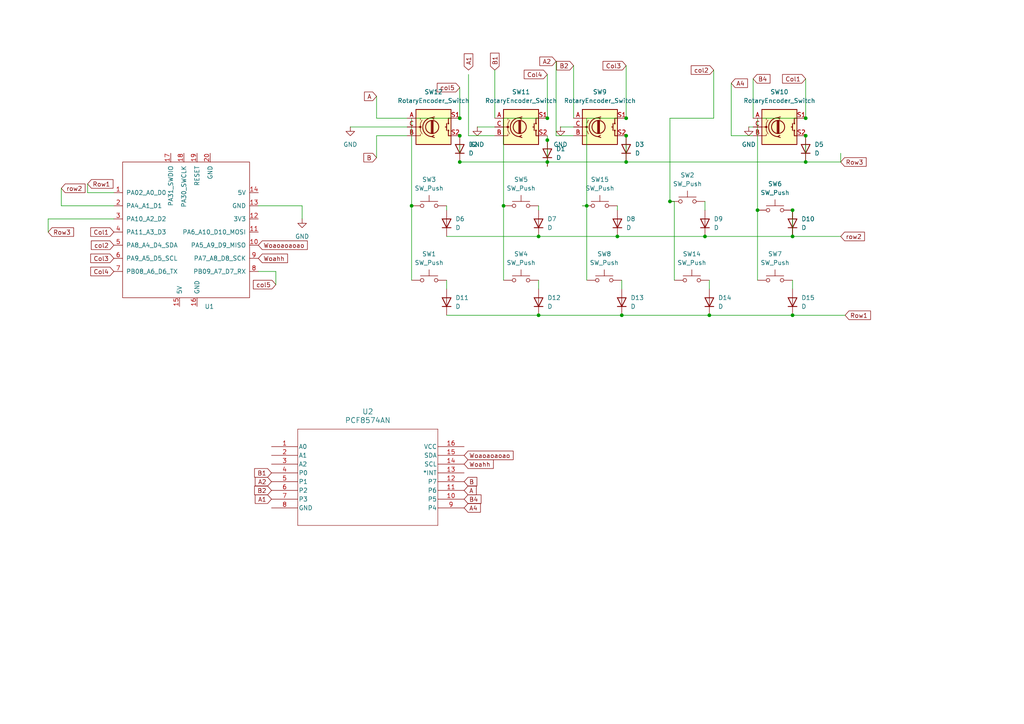
<source format=kicad_sch>
(kicad_sch
	(version 20231120)
	(generator "eeschema")
	(generator_version "8.0")
	(uuid "da837b7c-3ca1-4631-961b-87be262b6a04")
	(paper "A4")
	(lib_symbols
		(symbol "2024-10-07_23-50-27:PCF8574AN"
			(pin_names
				(offset 0.254)
			)
			(exclude_from_sim no)
			(in_bom yes)
			(on_board yes)
			(property "Reference" "U"
				(at 27.94 10.16 0)
				(effects
					(font
						(size 1.524 1.524)
					)
				)
			)
			(property "Value" "PCF8574AN"
				(at 27.94 7.62 0)
				(effects
					(font
						(size 1.524 1.524)
					)
				)
			)
			(property "Footprint" "N16"
				(at 0 0 0)
				(effects
					(font
						(size 1.27 1.27)
						(italic yes)
					)
					(hide yes)
				)
			)
			(property "Datasheet" "PCF8574AN"
				(at 0 0 0)
				(effects
					(font
						(size 1.27 1.27)
						(italic yes)
					)
					(hide yes)
				)
			)
			(property "Description" ""
				(at 0 0 0)
				(effects
					(font
						(size 1.27 1.27)
					)
					(hide yes)
				)
			)
			(property "ki_locked" ""
				(at 0 0 0)
				(effects
					(font
						(size 1.27 1.27)
					)
				)
			)
			(property "ki_keywords" "PCF8574AN"
				(at 0 0 0)
				(effects
					(font
						(size 1.27 1.27)
					)
					(hide yes)
				)
			)
			(property "ki_fp_filters" "N16"
				(at 0 0 0)
				(effects
					(font
						(size 1.27 1.27)
					)
					(hide yes)
				)
			)
			(symbol "PCF8574AN_0_1"
				(polyline
					(pts
						(xy 7.62 -22.86) (xy 48.26 -22.86)
					)
					(stroke
						(width 0.127)
						(type default)
					)
					(fill
						(type none)
					)
				)
				(polyline
					(pts
						(xy 7.62 5.08) (xy 7.62 -22.86)
					)
					(stroke
						(width 0.127)
						(type default)
					)
					(fill
						(type none)
					)
				)
				(polyline
					(pts
						(xy 48.26 -22.86) (xy 48.26 5.08)
					)
					(stroke
						(width 0.127)
						(type default)
					)
					(fill
						(type none)
					)
				)
				(polyline
					(pts
						(xy 48.26 5.08) (xy 7.62 5.08)
					)
					(stroke
						(width 0.127)
						(type default)
					)
					(fill
						(type none)
					)
				)
				(pin input line
					(at 0 0 0)
					(length 7.62)
					(name "A0"
						(effects
							(font
								(size 1.27 1.27)
							)
						)
					)
					(number "1"
						(effects
							(font
								(size 1.27 1.27)
							)
						)
					)
				)
				(pin bidirectional line
					(at 55.88 -15.24 180)
					(length 7.62)
					(name "P5"
						(effects
							(font
								(size 1.27 1.27)
							)
						)
					)
					(number "10"
						(effects
							(font
								(size 1.27 1.27)
							)
						)
					)
				)
				(pin bidirectional line
					(at 55.88 -12.7 180)
					(length 7.62)
					(name "P6"
						(effects
							(font
								(size 1.27 1.27)
							)
						)
					)
					(number "11"
						(effects
							(font
								(size 1.27 1.27)
							)
						)
					)
				)
				(pin bidirectional line
					(at 55.88 -10.16 180)
					(length 7.62)
					(name "P7"
						(effects
							(font
								(size 1.27 1.27)
							)
						)
					)
					(number "12"
						(effects
							(font
								(size 1.27 1.27)
							)
						)
					)
				)
				(pin output line
					(at 55.88 -7.62 180)
					(length 7.62)
					(name "*INT"
						(effects
							(font
								(size 1.27 1.27)
							)
						)
					)
					(number "13"
						(effects
							(font
								(size 1.27 1.27)
							)
						)
					)
				)
				(pin unspecified line
					(at 55.88 -5.08 180)
					(length 7.62)
					(name "SCL"
						(effects
							(font
								(size 1.27 1.27)
							)
						)
					)
					(number "14"
						(effects
							(font
								(size 1.27 1.27)
							)
						)
					)
				)
				(pin unspecified line
					(at 55.88 -2.54 180)
					(length 7.62)
					(name "SDA"
						(effects
							(font
								(size 1.27 1.27)
							)
						)
					)
					(number "15"
						(effects
							(font
								(size 1.27 1.27)
							)
						)
					)
				)
				(pin power_in line
					(at 55.88 0 180)
					(length 7.62)
					(name "VCC"
						(effects
							(font
								(size 1.27 1.27)
							)
						)
					)
					(number "16"
						(effects
							(font
								(size 1.27 1.27)
							)
						)
					)
				)
				(pin input line
					(at 0 -2.54 0)
					(length 7.62)
					(name "A1"
						(effects
							(font
								(size 1.27 1.27)
							)
						)
					)
					(number "2"
						(effects
							(font
								(size 1.27 1.27)
							)
						)
					)
				)
				(pin input line
					(at 0 -5.08 0)
					(length 7.62)
					(name "A2"
						(effects
							(font
								(size 1.27 1.27)
							)
						)
					)
					(number "3"
						(effects
							(font
								(size 1.27 1.27)
							)
						)
					)
				)
				(pin bidirectional line
					(at 0 -7.62 0)
					(length 7.62)
					(name "P0"
						(effects
							(font
								(size 1.27 1.27)
							)
						)
					)
					(number "4"
						(effects
							(font
								(size 1.27 1.27)
							)
						)
					)
				)
				(pin bidirectional line
					(at 0 -10.16 0)
					(length 7.62)
					(name "P1"
						(effects
							(font
								(size 1.27 1.27)
							)
						)
					)
					(number "5"
						(effects
							(font
								(size 1.27 1.27)
							)
						)
					)
				)
				(pin bidirectional line
					(at 0 -12.7 0)
					(length 7.62)
					(name "P2"
						(effects
							(font
								(size 1.27 1.27)
							)
						)
					)
					(number "6"
						(effects
							(font
								(size 1.27 1.27)
							)
						)
					)
				)
				(pin bidirectional line
					(at 0 -15.24 0)
					(length 7.62)
					(name "P3"
						(effects
							(font
								(size 1.27 1.27)
							)
						)
					)
					(number "7"
						(effects
							(font
								(size 1.27 1.27)
							)
						)
					)
				)
				(pin power_in line
					(at 0 -17.78 0)
					(length 7.62)
					(name "GND"
						(effects
							(font
								(size 1.27 1.27)
							)
						)
					)
					(number "8"
						(effects
							(font
								(size 1.27 1.27)
							)
						)
					)
				)
				(pin bidirectional line
					(at 55.88 -17.78 180)
					(length 7.62)
					(name "P4"
						(effects
							(font
								(size 1.27 1.27)
							)
						)
					)
					(number "9"
						(effects
							(font
								(size 1.27 1.27)
							)
						)
					)
				)
			)
		)
		(symbol "Device:D"
			(pin_numbers hide)
			(pin_names
				(offset 1.016) hide)
			(exclude_from_sim no)
			(in_bom yes)
			(on_board yes)
			(property "Reference" "D"
				(at 0 2.54 0)
				(effects
					(font
						(size 1.27 1.27)
					)
				)
			)
			(property "Value" "D"
				(at 0 -2.54 0)
				(effects
					(font
						(size 1.27 1.27)
					)
				)
			)
			(property "Footprint" ""
				(at 0 0 0)
				(effects
					(font
						(size 1.27 1.27)
					)
					(hide yes)
				)
			)
			(property "Datasheet" "~"
				(at 0 0 0)
				(effects
					(font
						(size 1.27 1.27)
					)
					(hide yes)
				)
			)
			(property "Description" "Diode"
				(at 0 0 0)
				(effects
					(font
						(size 1.27 1.27)
					)
					(hide yes)
				)
			)
			(property "Sim.Device" "D"
				(at 0 0 0)
				(effects
					(font
						(size 1.27 1.27)
					)
					(hide yes)
				)
			)
			(property "Sim.Pins" "1=K 2=A"
				(at 0 0 0)
				(effects
					(font
						(size 1.27 1.27)
					)
					(hide yes)
				)
			)
			(property "ki_keywords" "diode"
				(at 0 0 0)
				(effects
					(font
						(size 1.27 1.27)
					)
					(hide yes)
				)
			)
			(property "ki_fp_filters" "TO-???* *_Diode_* *SingleDiode* D_*"
				(at 0 0 0)
				(effects
					(font
						(size 1.27 1.27)
					)
					(hide yes)
				)
			)
			(symbol "D_0_1"
				(polyline
					(pts
						(xy -1.27 1.27) (xy -1.27 -1.27)
					)
					(stroke
						(width 0.254)
						(type default)
					)
					(fill
						(type none)
					)
				)
				(polyline
					(pts
						(xy 1.27 0) (xy -1.27 0)
					)
					(stroke
						(width 0)
						(type default)
					)
					(fill
						(type none)
					)
				)
				(polyline
					(pts
						(xy 1.27 1.27) (xy 1.27 -1.27) (xy -1.27 0) (xy 1.27 1.27)
					)
					(stroke
						(width 0.254)
						(type default)
					)
					(fill
						(type none)
					)
				)
			)
			(symbol "D_1_1"
				(pin passive line
					(at -3.81 0 0)
					(length 2.54)
					(name "K"
						(effects
							(font
								(size 1.27 1.27)
							)
						)
					)
					(number "1"
						(effects
							(font
								(size 1.27 1.27)
							)
						)
					)
				)
				(pin passive line
					(at 3.81 0 180)
					(length 2.54)
					(name "A"
						(effects
							(font
								(size 1.27 1.27)
							)
						)
					)
					(number "2"
						(effects
							(font
								(size 1.27 1.27)
							)
						)
					)
				)
			)
		)
		(symbol "Device:RotaryEncoder_Switch"
			(pin_names
				(offset 0.254) hide)
			(exclude_from_sim no)
			(in_bom yes)
			(on_board yes)
			(property "Reference" "SW"
				(at 0 6.604 0)
				(effects
					(font
						(size 1.27 1.27)
					)
				)
			)
			(property "Value" "RotaryEncoder_Switch"
				(at 0 -6.604 0)
				(effects
					(font
						(size 1.27 1.27)
					)
				)
			)
			(property "Footprint" ""
				(at -3.81 4.064 0)
				(effects
					(font
						(size 1.27 1.27)
					)
					(hide yes)
				)
			)
			(property "Datasheet" "~"
				(at 0 6.604 0)
				(effects
					(font
						(size 1.27 1.27)
					)
					(hide yes)
				)
			)
			(property "Description" "Rotary encoder, dual channel, incremental quadrate outputs, with switch"
				(at 0 0 0)
				(effects
					(font
						(size 1.27 1.27)
					)
					(hide yes)
				)
			)
			(property "ki_keywords" "rotary switch encoder switch push button"
				(at 0 0 0)
				(effects
					(font
						(size 1.27 1.27)
					)
					(hide yes)
				)
			)
			(property "ki_fp_filters" "RotaryEncoder*Switch*"
				(at 0 0 0)
				(effects
					(font
						(size 1.27 1.27)
					)
					(hide yes)
				)
			)
			(symbol "RotaryEncoder_Switch_0_1"
				(rectangle
					(start -5.08 5.08)
					(end 5.08 -5.08)
					(stroke
						(width 0.254)
						(type default)
					)
					(fill
						(type background)
					)
				)
				(circle
					(center -3.81 0)
					(radius 0.254)
					(stroke
						(width 0)
						(type default)
					)
					(fill
						(type outline)
					)
				)
				(circle
					(center -0.381 0)
					(radius 1.905)
					(stroke
						(width 0.254)
						(type default)
					)
					(fill
						(type none)
					)
				)
				(arc
					(start -0.381 2.667)
					(mid -3.0988 -0.0635)
					(end -0.381 -2.794)
					(stroke
						(width 0.254)
						(type default)
					)
					(fill
						(type none)
					)
				)
				(polyline
					(pts
						(xy -0.635 -1.778) (xy -0.635 1.778)
					)
					(stroke
						(width 0.254)
						(type default)
					)
					(fill
						(type none)
					)
				)
				(polyline
					(pts
						(xy -0.381 -1.778) (xy -0.381 1.778)
					)
					(stroke
						(width 0.254)
						(type default)
					)
					(fill
						(type none)
					)
				)
				(polyline
					(pts
						(xy -0.127 1.778) (xy -0.127 -1.778)
					)
					(stroke
						(width 0.254)
						(type default)
					)
					(fill
						(type none)
					)
				)
				(polyline
					(pts
						(xy 3.81 0) (xy 3.429 0)
					)
					(stroke
						(width 0.254)
						(type default)
					)
					(fill
						(type none)
					)
				)
				(polyline
					(pts
						(xy 3.81 1.016) (xy 3.81 -1.016)
					)
					(stroke
						(width 0.254)
						(type default)
					)
					(fill
						(type none)
					)
				)
				(polyline
					(pts
						(xy -5.08 -2.54) (xy -3.81 -2.54) (xy -3.81 -2.032)
					)
					(stroke
						(width 0)
						(type default)
					)
					(fill
						(type none)
					)
				)
				(polyline
					(pts
						(xy -5.08 2.54) (xy -3.81 2.54) (xy -3.81 2.032)
					)
					(stroke
						(width 0)
						(type default)
					)
					(fill
						(type none)
					)
				)
				(polyline
					(pts
						(xy 0.254 -3.048) (xy -0.508 -2.794) (xy 0.127 -2.413)
					)
					(stroke
						(width 0.254)
						(type default)
					)
					(fill
						(type none)
					)
				)
				(polyline
					(pts
						(xy 0.254 2.921) (xy -0.508 2.667) (xy 0.127 2.286)
					)
					(stroke
						(width 0.254)
						(type default)
					)
					(fill
						(type none)
					)
				)
				(polyline
					(pts
						(xy 5.08 -2.54) (xy 4.318 -2.54) (xy 4.318 -1.016)
					)
					(stroke
						(width 0.254)
						(type default)
					)
					(fill
						(type none)
					)
				)
				(polyline
					(pts
						(xy 5.08 2.54) (xy 4.318 2.54) (xy 4.318 1.016)
					)
					(stroke
						(width 0.254)
						(type default)
					)
					(fill
						(type none)
					)
				)
				(polyline
					(pts
						(xy -5.08 0) (xy -3.81 0) (xy -3.81 -1.016) (xy -3.302 -2.032)
					)
					(stroke
						(width 0)
						(type default)
					)
					(fill
						(type none)
					)
				)
				(polyline
					(pts
						(xy -4.318 0) (xy -3.81 0) (xy -3.81 1.016) (xy -3.302 2.032)
					)
					(stroke
						(width 0)
						(type default)
					)
					(fill
						(type none)
					)
				)
				(circle
					(center 4.318 -1.016)
					(radius 0.127)
					(stroke
						(width 0.254)
						(type default)
					)
					(fill
						(type none)
					)
				)
				(circle
					(center 4.318 1.016)
					(radius 0.127)
					(stroke
						(width 0.254)
						(type default)
					)
					(fill
						(type none)
					)
				)
			)
			(symbol "RotaryEncoder_Switch_1_1"
				(pin passive line
					(at -7.62 2.54 0)
					(length 2.54)
					(name "A"
						(effects
							(font
								(size 1.27 1.27)
							)
						)
					)
					(number "A"
						(effects
							(font
								(size 1.27 1.27)
							)
						)
					)
				)
				(pin passive line
					(at -7.62 -2.54 0)
					(length 2.54)
					(name "B"
						(effects
							(font
								(size 1.27 1.27)
							)
						)
					)
					(number "B"
						(effects
							(font
								(size 1.27 1.27)
							)
						)
					)
				)
				(pin passive line
					(at -7.62 0 0)
					(length 2.54)
					(name "C"
						(effects
							(font
								(size 1.27 1.27)
							)
						)
					)
					(number "C"
						(effects
							(font
								(size 1.27 1.27)
							)
						)
					)
				)
				(pin passive line
					(at 7.62 2.54 180)
					(length 2.54)
					(name "S1"
						(effects
							(font
								(size 1.27 1.27)
							)
						)
					)
					(number "S1"
						(effects
							(font
								(size 1.27 1.27)
							)
						)
					)
				)
				(pin passive line
					(at 7.62 -2.54 180)
					(length 2.54)
					(name "S2"
						(effects
							(font
								(size 1.27 1.27)
							)
						)
					)
					(number "S2"
						(effects
							(font
								(size 1.27 1.27)
							)
						)
					)
				)
			)
		)
		(symbol "Seeed_Studio_XIAO_Series:Seeed Studio XIAO SAMD21"
			(pin_names
				(offset 1.016)
			)
			(exclude_from_sim no)
			(in_bom yes)
			(on_board yes)
			(property "Reference" "U"
				(at -19.05 22.86 0)
				(effects
					(font
						(size 1.27 1.27)
					)
				)
			)
			(property "Value" "Seeed Studio XIAO SAMD21"
				(at -12.7 21.59 0)
				(effects
					(font
						(size 1.27 1.27)
					)
				)
			)
			(property "Footprint" ""
				(at -8.89 5.08 0)
				(effects
					(font
						(size 1.27 1.27)
					)
					(hide yes)
				)
			)
			(property "Datasheet" ""
				(at -8.89 5.08 0)
				(effects
					(font
						(size 1.27 1.27)
					)
					(hide yes)
				)
			)
			(property "Description" ""
				(at 0 0 0)
				(effects
					(font
						(size 1.27 1.27)
					)
					(hide yes)
				)
			)
			(symbol "Seeed Studio XIAO SAMD21_0_1"
				(rectangle
					(start -19.05 20.32)
					(end 17.78 -19.05)
					(stroke
						(width 0)
						(type default)
					)
					(fill
						(type none)
					)
				)
			)
			(symbol "Seeed Studio XIAO SAMD21_1_1"
				(pin unspecified line
					(at -21.59 11.43 0)
					(length 2.54)
					(name "PA02_A0_D0"
						(effects
							(font
								(size 1.27 1.27)
							)
						)
					)
					(number "1"
						(effects
							(font
								(size 1.27 1.27)
							)
						)
					)
				)
				(pin unspecified line
					(at 20.32 -3.81 180)
					(length 2.54)
					(name "PA5_A9_D9_MISO"
						(effects
							(font
								(size 1.27 1.27)
							)
						)
					)
					(number "10"
						(effects
							(font
								(size 1.27 1.27)
							)
						)
					)
				)
				(pin unspecified line
					(at 20.32 0 180)
					(length 2.54)
					(name "PA6_A10_D10_MOSI"
						(effects
							(font
								(size 1.27 1.27)
							)
						)
					)
					(number "11"
						(effects
							(font
								(size 1.27 1.27)
							)
						)
					)
				)
				(pin unspecified line
					(at 20.32 3.81 180)
					(length 2.54)
					(name "3V3"
						(effects
							(font
								(size 1.27 1.27)
							)
						)
					)
					(number "12"
						(effects
							(font
								(size 1.27 1.27)
							)
						)
					)
				)
				(pin unspecified line
					(at 20.32 7.62 180)
					(length 2.54)
					(name "GND"
						(effects
							(font
								(size 1.27 1.27)
							)
						)
					)
					(number "13"
						(effects
							(font
								(size 1.27 1.27)
							)
						)
					)
				)
				(pin unspecified line
					(at 20.32 11.43 180)
					(length 2.54)
					(name "5V"
						(effects
							(font
								(size 1.27 1.27)
							)
						)
					)
					(number "14"
						(effects
							(font
								(size 1.27 1.27)
							)
						)
					)
				)
				(pin input line
					(at -2.54 -21.59 90)
					(length 2.54)
					(name "5V"
						(effects
							(font
								(size 1.27 1.27)
							)
						)
					)
					(number "15"
						(effects
							(font
								(size 1.27 1.27)
							)
						)
					)
				)
				(pin input line
					(at 2.54 -21.59 90)
					(length 2.54)
					(name "GND"
						(effects
							(font
								(size 1.27 1.27)
							)
						)
					)
					(number "16"
						(effects
							(font
								(size 1.27 1.27)
							)
						)
					)
				)
				(pin input line
					(at -5.08 22.86 270)
					(length 2.54)
					(name "PA31_SWDIO"
						(effects
							(font
								(size 1.27 1.27)
							)
						)
					)
					(number "17"
						(effects
							(font
								(size 1.27 1.27)
							)
						)
					)
				)
				(pin input line
					(at -1.27 22.86 270)
					(length 2.54)
					(name "PA30_SWCLK"
						(effects
							(font
								(size 1.27 1.27)
							)
						)
					)
					(number "18"
						(effects
							(font
								(size 1.27 1.27)
							)
						)
					)
				)
				(pin input line
					(at 2.54 22.86 270)
					(length 2.54)
					(name "RESET"
						(effects
							(font
								(size 1.27 1.27)
							)
						)
					)
					(number "19"
						(effects
							(font
								(size 1.27 1.27)
							)
						)
					)
				)
				(pin unspecified line
					(at -21.59 7.62 0)
					(length 2.54)
					(name "PA4_A1_D1"
						(effects
							(font
								(size 1.27 1.27)
							)
						)
					)
					(number "2"
						(effects
							(font
								(size 1.27 1.27)
							)
						)
					)
				)
				(pin input line
					(at 6.35 22.86 270)
					(length 2.54)
					(name "GND"
						(effects
							(font
								(size 1.27 1.27)
							)
						)
					)
					(number "20"
						(effects
							(font
								(size 1.27 1.27)
							)
						)
					)
				)
				(pin unspecified line
					(at -21.59 3.81 0)
					(length 2.54)
					(name "PA10_A2_D2"
						(effects
							(font
								(size 1.27 1.27)
							)
						)
					)
					(number "3"
						(effects
							(font
								(size 1.27 1.27)
							)
						)
					)
				)
				(pin unspecified line
					(at -21.59 0 0)
					(length 2.54)
					(name "PA11_A3_D3"
						(effects
							(font
								(size 1.27 1.27)
							)
						)
					)
					(number "4"
						(effects
							(font
								(size 1.27 1.27)
							)
						)
					)
				)
				(pin unspecified line
					(at -21.59 -3.81 0)
					(length 2.54)
					(name "PA8_A4_D4_SDA"
						(effects
							(font
								(size 1.27 1.27)
							)
						)
					)
					(number "5"
						(effects
							(font
								(size 1.27 1.27)
							)
						)
					)
				)
				(pin unspecified line
					(at -21.59 -7.62 0)
					(length 2.54)
					(name "PA9_A5_D5_SCL"
						(effects
							(font
								(size 1.27 1.27)
							)
						)
					)
					(number "6"
						(effects
							(font
								(size 1.27 1.27)
							)
						)
					)
				)
				(pin unspecified line
					(at -21.59 -11.43 0)
					(length 2.54)
					(name "PB08_A6_D6_TX"
						(effects
							(font
								(size 1.27 1.27)
							)
						)
					)
					(number "7"
						(effects
							(font
								(size 1.27 1.27)
							)
						)
					)
				)
				(pin unspecified line
					(at 20.32 -11.43 180)
					(length 2.54)
					(name "PB09_A7_D7_RX"
						(effects
							(font
								(size 1.27 1.27)
							)
						)
					)
					(number "8"
						(effects
							(font
								(size 1.27 1.27)
							)
						)
					)
				)
				(pin unspecified line
					(at 20.32 -7.62 180)
					(length 2.54)
					(name "PA7_A8_D8_SCK"
						(effects
							(font
								(size 1.27 1.27)
							)
						)
					)
					(number "9"
						(effects
							(font
								(size 1.27 1.27)
							)
						)
					)
				)
			)
		)
		(symbol "Switch:SW_Push"
			(pin_numbers hide)
			(pin_names
				(offset 1.016) hide)
			(exclude_from_sim no)
			(in_bom yes)
			(on_board yes)
			(property "Reference" "SW"
				(at 1.27 2.54 0)
				(effects
					(font
						(size 1.27 1.27)
					)
					(justify left)
				)
			)
			(property "Value" "SW_Push"
				(at 0 -1.524 0)
				(effects
					(font
						(size 1.27 1.27)
					)
				)
			)
			(property "Footprint" ""
				(at 0 5.08 0)
				(effects
					(font
						(size 1.27 1.27)
					)
					(hide yes)
				)
			)
			(property "Datasheet" "~"
				(at 0 5.08 0)
				(effects
					(font
						(size 1.27 1.27)
					)
					(hide yes)
				)
			)
			(property "Description" "Push button switch, generic, two pins"
				(at 0 0 0)
				(effects
					(font
						(size 1.27 1.27)
					)
					(hide yes)
				)
			)
			(property "ki_keywords" "switch normally-open pushbutton push-button"
				(at 0 0 0)
				(effects
					(font
						(size 1.27 1.27)
					)
					(hide yes)
				)
			)
			(symbol "SW_Push_0_1"
				(circle
					(center -2.032 0)
					(radius 0.508)
					(stroke
						(width 0)
						(type default)
					)
					(fill
						(type none)
					)
				)
				(polyline
					(pts
						(xy 0 1.27) (xy 0 3.048)
					)
					(stroke
						(width 0)
						(type default)
					)
					(fill
						(type none)
					)
				)
				(polyline
					(pts
						(xy 2.54 1.27) (xy -2.54 1.27)
					)
					(stroke
						(width 0)
						(type default)
					)
					(fill
						(type none)
					)
				)
				(circle
					(center 2.032 0)
					(radius 0.508)
					(stroke
						(width 0)
						(type default)
					)
					(fill
						(type none)
					)
				)
				(pin passive line
					(at -5.08 0 0)
					(length 2.54)
					(name "1"
						(effects
							(font
								(size 1.27 1.27)
							)
						)
					)
					(number "1"
						(effects
							(font
								(size 1.27 1.27)
							)
						)
					)
				)
				(pin passive line
					(at 5.08 0 180)
					(length 2.54)
					(name "2"
						(effects
							(font
								(size 1.27 1.27)
							)
						)
					)
					(number "2"
						(effects
							(font
								(size 1.27 1.27)
							)
						)
					)
				)
			)
		)
		(symbol "power:GND"
			(power)
			(pin_numbers hide)
			(pin_names
				(offset 0) hide)
			(exclude_from_sim no)
			(in_bom yes)
			(on_board yes)
			(property "Reference" "#PWR"
				(at 0 -6.35 0)
				(effects
					(font
						(size 1.27 1.27)
					)
					(hide yes)
				)
			)
			(property "Value" "GND"
				(at 0 -3.81 0)
				(effects
					(font
						(size 1.27 1.27)
					)
				)
			)
			(property "Footprint" ""
				(at 0 0 0)
				(effects
					(font
						(size 1.27 1.27)
					)
					(hide yes)
				)
			)
			(property "Datasheet" ""
				(at 0 0 0)
				(effects
					(font
						(size 1.27 1.27)
					)
					(hide yes)
				)
			)
			(property "Description" "Power symbol creates a global label with name \"GND\" , ground"
				(at 0 0 0)
				(effects
					(font
						(size 1.27 1.27)
					)
					(hide yes)
				)
			)
			(property "ki_keywords" "global power"
				(at 0 0 0)
				(effects
					(font
						(size 1.27 1.27)
					)
					(hide yes)
				)
			)
			(symbol "GND_0_1"
				(polyline
					(pts
						(xy 0 0) (xy 0 -1.27) (xy 1.27 -1.27) (xy 0 -2.54) (xy -1.27 -1.27) (xy 0 -1.27)
					)
					(stroke
						(width 0)
						(type default)
					)
					(fill
						(type none)
					)
				)
			)
			(symbol "GND_1_1"
				(pin power_in line
					(at 0 0 270)
					(length 0)
					(name "~"
						(effects
							(font
								(size 1.27 1.27)
							)
						)
					)
					(number "1"
						(effects
							(font
								(size 1.27 1.27)
							)
						)
					)
				)
			)
		)
	)
	(junction
		(at 229.87 68.58)
		(diameter 0)
		(color 0 0 0 0)
		(uuid "2b2ec57b-e2a0-4cae-80a2-2c0eb78fe844")
	)
	(junction
		(at 181.61 34.29)
		(diameter 0)
		(color 0 0 0 0)
		(uuid "31bd9281-3798-4d1f-9c0b-8c3c1cd82ee8")
	)
	(junction
		(at 133.35 46.99)
		(diameter 0)
		(color 0 0 0 0)
		(uuid "395dcb72-7aed-4cd7-97a3-ccc38146b823")
	)
	(junction
		(at 233.68 39.37)
		(diameter 0)
		(color 0 0 0 0)
		(uuid "3a88ec79-99e2-4ea2-914f-b97b5b56d75c")
	)
	(junction
		(at 229.87 60.96)
		(diameter 0)
		(color 0 0 0 0)
		(uuid "40117921-dc9c-405a-9d80-92a6fc9d78ea")
	)
	(junction
		(at 158.75 46.99)
		(diameter 0)
		(color 0 0 0 0)
		(uuid "49eb6e08-1440-4f1d-9828-bbaa2484f91c")
	)
	(junction
		(at 233.68 46.99)
		(diameter 0)
		(color 0 0 0 0)
		(uuid "59ab3a77-cfbd-4871-b36c-fc26775dcc14")
	)
	(junction
		(at 156.21 68.58)
		(diameter 0)
		(color 0 0 0 0)
		(uuid "7bd101ab-ce04-4733-b25f-082fac618303")
	)
	(junction
		(at 179.07 68.58)
		(diameter 0)
		(color 0 0 0 0)
		(uuid "84138ef9-ac63-4316-9938-d8d37abb6f28")
	)
	(junction
		(at 180.34 91.44)
		(diameter 0)
		(color 0 0 0 0)
		(uuid "9159b74d-0f05-45dd-bde0-9edc53491644")
	)
	(junction
		(at 181.61 39.37)
		(diameter 0)
		(color 0 0 0 0)
		(uuid "a4dfa94c-4cf5-4450-9085-8b2df7aea540")
	)
	(junction
		(at 204.47 68.58)
		(diameter 0)
		(color 0 0 0 0)
		(uuid "acad1b94-258f-49e1-9cb8-7924ad48f0ab")
	)
	(junction
		(at 181.61 46.99)
		(diameter 0)
		(color 0 0 0 0)
		(uuid "adebf92e-2e69-4ba8-94e7-e59718b8bd63")
	)
	(junction
		(at 158.75 40.64)
		(diameter 0)
		(color 0 0 0 0)
		(uuid "bbd7b2cd-74fc-4be5-855f-d5cd0f95b58d")
	)
	(junction
		(at 205.74 91.44)
		(diameter 0)
		(color 0 0 0 0)
		(uuid "bc3f0c76-e8a9-4fe8-be83-2b46ac1f8056")
	)
	(junction
		(at 156.21 91.44)
		(diameter 0)
		(color 0 0 0 0)
		(uuid "bc899393-7a75-4909-8bce-69e1f32a1d1d")
	)
	(junction
		(at 233.68 34.29)
		(diameter 0)
		(color 0 0 0 0)
		(uuid "c8fe48d2-eccb-49de-9a2e-9741dff6f5c9")
	)
	(junction
		(at 229.87 91.44)
		(diameter 0)
		(color 0 0 0 0)
		(uuid "d3c7892f-8fb5-451f-8c2d-10d358198006")
	)
	(junction
		(at 194.31 58.42)
		(diameter 0)
		(color 0 0 0 0)
		(uuid "dc4dc3b9-3f56-4bb1-a997-066c84449263")
	)
	(junction
		(at 158.75 34.29)
		(diameter 0)
		(color 0 0 0 0)
		(uuid "df089f78-d907-47ee-8340-a749e5f2e7a3")
	)
	(junction
		(at 170.18 59.69)
		(diameter 0)
		(color 0 0 0 0)
		(uuid "ebf71e46-259e-4bad-8f15-e8b3218d60e1")
	)
	(junction
		(at 146.05 59.69)
		(diameter 0)
		(color 0 0 0 0)
		(uuid "f08248e9-3e4b-4e3e-b78b-99c0af41d289")
	)
	(junction
		(at 133.35 39.37)
		(diameter 0)
		(color 0 0 0 0)
		(uuid "f660e4a3-e7ed-484f-8798-5f7bbb0118f4")
	)
	(junction
		(at 219.71 60.96)
		(diameter 0)
		(color 0 0 0 0)
		(uuid "f9775778-008b-46e2-9460-31b2ef698489")
	)
	(junction
		(at 133.35 34.29)
		(diameter 0)
		(color 0 0 0 0)
		(uuid "f9ff9e07-d35e-4550-899d-625ecd6dce64")
	)
	(junction
		(at 119.38 59.69)
		(diameter 0)
		(color 0 0 0 0)
		(uuid "fc7c3c72-a1a9-4372-95c3-95029fb5ff04")
	)
	(wire
		(pts
			(xy 219.71 34.29) (xy 219.71 60.96)
		)
		(stroke
			(width 0)
			(type default)
		)
		(uuid "047327fd-da81-42f6-a44e-e678c8090bba")
	)
	(wire
		(pts
			(xy 180.34 91.44) (xy 205.74 91.44)
		)
		(stroke
			(width 0)
			(type default)
		)
		(uuid "06a5a3cb-1ea0-4e79-84c9-ffa649c5d9ed")
	)
	(wire
		(pts
			(xy 119.38 59.69) (xy 119.38 81.28)
		)
		(stroke
			(width 0)
			(type default)
		)
		(uuid "09abe6f9-aef5-4657-b16a-b6bf25046460")
	)
	(wire
		(pts
			(xy 87.63 59.69) (xy 87.63 63.5)
		)
		(stroke
			(width 0)
			(type default)
		)
		(uuid "0c0c3375-fa9f-42a9-a54f-3c670fec377a")
	)
	(wire
		(pts
			(xy 25.4 53.34) (xy 25.4 55.88)
		)
		(stroke
			(width 0)
			(type default)
		)
		(uuid "0fee8c31-48ff-40f5-9900-c009fe06861b")
	)
	(wire
		(pts
			(xy 217.17 36.83) (xy 218.44 36.83)
		)
		(stroke
			(width 0)
			(type default)
		)
		(uuid "1217e71d-6d10-43db-ae95-8af2cdc49601")
	)
	(wire
		(pts
			(xy 143.51 39.37) (xy 135.89 39.37)
		)
		(stroke
			(width 0)
			(type default)
		)
		(uuid "16e60f92-24d2-425a-a463-d46653a94ef0")
	)
	(wire
		(pts
			(xy 74.93 59.69) (xy 87.63 59.69)
		)
		(stroke
			(width 0)
			(type default)
		)
		(uuid "1c97c944-3e5a-48ac-836d-a2a9ba44f9b9")
	)
	(wire
		(pts
			(xy 80.01 78.74) (xy 80.01 82.55)
		)
		(stroke
			(width 0)
			(type default)
		)
		(uuid "1c9ae33e-4cdc-41ec-bd3c-4025464ee181")
	)
	(wire
		(pts
			(xy 25.4 55.88) (xy 33.02 55.88)
		)
		(stroke
			(width 0)
			(type default)
		)
		(uuid "1e431aca-8c61-41f9-b775-e60470bbc4ac")
	)
	(wire
		(pts
			(xy 218.44 22.86) (xy 218.44 34.29)
		)
		(stroke
			(width 0)
			(type default)
		)
		(uuid "2771160d-645e-4103-8ee8-eebec6d4edb5")
	)
	(wire
		(pts
			(xy 129.54 91.44) (xy 156.21 91.44)
		)
		(stroke
			(width 0)
			(type default)
		)
		(uuid "2d2e082b-c2ea-47f5-9f77-984bf6083674")
	)
	(wire
		(pts
			(xy 133.35 25.4) (xy 133.35 34.29)
		)
		(stroke
			(width 0)
			(type default)
		)
		(uuid "2eb4c092-992f-4321-8b27-c7272efbe9b0")
	)
	(wire
		(pts
			(xy 158.75 21.59) (xy 158.75 34.29)
		)
		(stroke
			(width 0)
			(type default)
		)
		(uuid "34667e59-c11d-4652-be9d-86327e82ef08")
	)
	(wire
		(pts
			(xy 204.47 58.42) (xy 204.47 60.96)
		)
		(stroke
			(width 0)
			(type default)
		)
		(uuid "38c1a51d-f737-4bf2-bbc2-38d003348894")
	)
	(wire
		(pts
			(xy 181.61 46.99) (xy 233.68 46.99)
		)
		(stroke
			(width 0)
			(type default)
		)
		(uuid "39e76fbb-e972-49fc-92f5-de1cf5f14eea")
	)
	(wire
		(pts
			(xy 17.78 54.61) (xy 17.78 59.69)
		)
		(stroke
			(width 0)
			(type default)
		)
		(uuid "43db7fd1-535b-462f-a313-52a274a87952")
	)
	(wire
		(pts
			(xy 162.56 36.83) (xy 166.37 36.83)
		)
		(stroke
			(width 0)
			(type default)
		)
		(uuid "45d80936-da0a-4b12-b1d4-2bca8702b3c4")
	)
	(wire
		(pts
			(xy 13.97 63.5) (xy 33.02 63.5)
		)
		(stroke
			(width 0)
			(type default)
		)
		(uuid "4986651b-f4a8-4f80-af0f-0e2b213f6d3d")
	)
	(wire
		(pts
			(xy 229.87 91.44) (xy 245.11 91.44)
		)
		(stroke
			(width 0)
			(type default)
		)
		(uuid "4a3b5908-166b-4ef9-a985-0154942f976d")
	)
	(wire
		(pts
			(xy 158.75 46.99) (xy 181.61 46.99)
		)
		(stroke
			(width 0)
			(type default)
		)
		(uuid "4a6e8918-de78-4281-bf3a-8309ebdee258")
	)
	(wire
		(pts
			(xy 156.21 68.58) (xy 179.07 68.58)
		)
		(stroke
			(width 0)
			(type default)
		)
		(uuid "4b0b07c8-4c3f-4d2e-84d0-b385cc4f5639")
	)
	(wire
		(pts
			(xy 205.74 81.28) (xy 205.74 83.82)
		)
		(stroke
			(width 0)
			(type default)
		)
		(uuid "53c35136-997b-45b0-98e3-0d7a72b775b4")
	)
	(wire
		(pts
			(xy 109.22 27.94) (xy 109.22 34.29)
		)
		(stroke
			(width 0)
			(type default)
		)
		(uuid "5470e04f-0948-42df-a77c-07c642231487")
	)
	(wire
		(pts
			(xy 143.51 20.32) (xy 143.51 34.29)
		)
		(stroke
			(width 0)
			(type default)
		)
		(uuid "560aeec9-e7be-459f-a7af-bff3e00367c2")
	)
	(wire
		(pts
			(xy 118.11 34.29) (xy 109.22 34.29)
		)
		(stroke
			(width 0)
			(type default)
		)
		(uuid "63042e76-fffa-42ce-83ac-cb5a34f97a0c")
	)
	(wire
		(pts
			(xy 13.97 67.31) (xy 13.97 63.5)
		)
		(stroke
			(width 0)
			(type default)
		)
		(uuid "6360eee4-91b1-4f01-b54b-c7c2881a35f0")
	)
	(wire
		(pts
			(xy 158.75 48.26) (xy 158.75 46.99)
		)
		(stroke
			(width 0)
			(type default)
		)
		(uuid "63efdd41-eb01-4fcc-809a-0bcf9781be98")
	)
	(wire
		(pts
			(xy 204.47 68.58) (xy 229.87 68.58)
		)
		(stroke
			(width 0)
			(type default)
		)
		(uuid "6685bb9c-d48b-4e9b-98c0-f887c0f57d76")
	)
	(wire
		(pts
			(xy 170.18 34.29) (xy 181.61 34.29)
		)
		(stroke
			(width 0)
			(type default)
		)
		(uuid "6d8bb48b-2f52-47e5-b0a0-dab110d43604")
	)
	(wire
		(pts
			(xy 146.05 59.69) (xy 146.05 81.28)
		)
		(stroke
			(width 0)
			(type default)
		)
		(uuid "752e7b4b-079f-4911-8ec3-a77e2f38a59a")
	)
	(wire
		(pts
			(xy 180.34 81.28) (xy 180.34 83.82)
		)
		(stroke
			(width 0)
			(type default)
		)
		(uuid "7825a32f-cf2e-4dee-89de-b1b3025c16c7")
	)
	(wire
		(pts
			(xy 138.43 36.83) (xy 143.51 36.83)
		)
		(stroke
			(width 0)
			(type default)
		)
		(uuid "79ec7b6c-9225-41c7-8eb3-6c6a393f7364")
	)
	(wire
		(pts
			(xy 156.21 81.28) (xy 156.21 83.82)
		)
		(stroke
			(width 0)
			(type default)
		)
		(uuid "7a039213-8da7-48da-a68e-30a7811a56d4")
	)
	(wire
		(pts
			(xy 17.78 59.69) (xy 33.02 59.69)
		)
		(stroke
			(width 0)
			(type default)
		)
		(uuid "7be6bbca-fee9-4590-86b9-8d42709b61e6")
	)
	(wire
		(pts
			(xy 181.61 39.37) (xy 181.61 46.99)
		)
		(stroke
			(width 0)
			(type default)
		)
		(uuid "81886e96-66b3-4f0a-a7c6-9a6c2647d352")
	)
	(wire
		(pts
			(xy 229.87 81.28) (xy 229.87 83.82)
		)
		(stroke
			(width 0)
			(type default)
		)
		(uuid "8282f0d7-fb1b-4e28-af75-5363e76e9f98")
	)
	(wire
		(pts
			(xy 158.75 39.37) (xy 158.75 40.64)
		)
		(stroke
			(width 0)
			(type default)
		)
		(uuid "8432e60a-abb6-4901-acf1-94a2c88a7bfd")
	)
	(wire
		(pts
			(xy 233.68 34.29) (xy 219.71 34.29)
		)
		(stroke
			(width 0)
			(type default)
		)
		(uuid "86543e82-d0e9-4548-99c2-6b33c3311a34")
	)
	(wire
		(pts
			(xy 133.35 46.99) (xy 158.75 46.99)
		)
		(stroke
			(width 0)
			(type default)
		)
		(uuid "865bb7e5-a13f-4107-a483-dc48223cba09")
	)
	(wire
		(pts
			(xy 101.6 36.83) (xy 118.11 36.83)
		)
		(stroke
			(width 0)
			(type default)
		)
		(uuid "8752eabf-9cd5-41da-ad99-2ec779a2caf1")
	)
	(wire
		(pts
			(xy 166.37 39.37) (xy 161.29 39.37)
		)
		(stroke
			(width 0)
			(type default)
		)
		(uuid "87d791e3-75e4-474f-9f50-e4c59173f62f")
	)
	(wire
		(pts
			(xy 129.54 68.58) (xy 156.21 68.58)
		)
		(stroke
			(width 0)
			(type default)
		)
		(uuid "88cd72f3-5ba6-434e-b00e-97ff0e97e80f")
	)
	(wire
		(pts
			(xy 146.05 34.29) (xy 158.75 34.29)
		)
		(stroke
			(width 0)
			(type default)
		)
		(uuid "8997fcaf-5d98-443e-82c4-b51bcd045db0")
	)
	(wire
		(pts
			(xy 179.07 59.69) (xy 179.07 60.96)
		)
		(stroke
			(width 0)
			(type default)
		)
		(uuid "89aee6cc-a724-4170-99f1-01ffad8f1f6a")
	)
	(wire
		(pts
			(xy 233.68 46.99) (xy 243.84 46.99)
		)
		(stroke
			(width 0)
			(type default)
		)
		(uuid "89f7d95f-dfed-46ed-ab65-d55c6c11392e")
	)
	(wire
		(pts
			(xy 74.93 78.74) (xy 80.01 78.74)
		)
		(stroke
			(width 0)
			(type default)
		)
		(uuid "8a55e824-7166-4eb2-8e18-f197b185ae78")
	)
	(wire
		(pts
			(xy 166.37 19.05) (xy 166.37 34.29)
		)
		(stroke
			(width 0)
			(type default)
		)
		(uuid "8b4d5113-10ed-48a4-a046-9a57b22ca8d9")
	)
	(wire
		(pts
			(xy 207.01 20.32) (xy 207.01 34.29)
		)
		(stroke
			(width 0)
			(type default)
		)
		(uuid "8d55e0e8-823a-4c48-98b6-26c24dd317e6")
	)
	(wire
		(pts
			(xy 129.54 81.28) (xy 129.54 83.82)
		)
		(stroke
			(width 0)
			(type default)
		)
		(uuid "8f60f35c-c934-40ad-947a-53b16da6ef0c")
	)
	(wire
		(pts
			(xy 219.71 60.96) (xy 219.71 81.28)
		)
		(stroke
			(width 0)
			(type default)
		)
		(uuid "921c3fc5-5aa3-4854-af81-4200d7d9a796")
	)
	(wire
		(pts
			(xy 170.18 59.69) (xy 170.18 81.28)
		)
		(stroke
			(width 0)
			(type default)
		)
		(uuid "9300f3bc-240d-4bb0-98a0-238bb13e1edc")
	)
	(wire
		(pts
			(xy 243.84 46.99) (xy 243.84 44.45)
		)
		(stroke
			(width 0)
			(type default)
		)
		(uuid "9d9dfe4a-a657-42d8-a52a-994381efaf48")
	)
	(wire
		(pts
			(xy 229.87 68.58) (xy 243.84 68.58)
		)
		(stroke
			(width 0)
			(type default)
		)
		(uuid "a0a631ed-1f1f-46b1-a2c9-cb27b367c622")
	)
	(wire
		(pts
			(xy 109.22 39.37) (xy 109.22 45.72)
		)
		(stroke
			(width 0)
			(type default)
		)
		(uuid "a28b8f9f-a7c6-4fd7-b9a9-36f54f2fd0c4")
	)
	(wire
		(pts
			(xy 195.58 58.42) (xy 194.31 58.42)
		)
		(stroke
			(width 0)
			(type default)
		)
		(uuid "a4dcd124-2ee3-4e71-97f4-e347f54a144d")
	)
	(wire
		(pts
			(xy 135.89 21.59) (xy 135.89 39.37)
		)
		(stroke
			(width 0)
			(type default)
		)
		(uuid "a5ccaf6d-9ad5-4457-ae33-bafd52ac20fa")
	)
	(wire
		(pts
			(xy 170.18 59.69) (xy 170.18 34.29)
		)
		(stroke
			(width 0)
			(type default)
		)
		(uuid "a6e816ad-4849-42e8-9c9b-57b2f3018a06")
	)
	(wire
		(pts
			(xy 119.38 59.69) (xy 119.38 34.29)
		)
		(stroke
			(width 0)
			(type default)
		)
		(uuid "a8bc9356-38b3-4499-b0f3-9d2e33a2034d")
	)
	(wire
		(pts
			(xy 158.75 40.64) (xy 158.75 46.99)
		)
		(stroke
			(width 0)
			(type default)
		)
		(uuid "b3805ab5-5399-4dfd-aa67-0be85de37072")
	)
	(wire
		(pts
			(xy 233.68 22.86) (xy 233.68 34.29)
		)
		(stroke
			(width 0)
			(type default)
		)
		(uuid "b88ebb13-88d9-4818-b9e5-1e90020bce12")
	)
	(wire
		(pts
			(xy 205.74 91.44) (xy 229.87 91.44)
		)
		(stroke
			(width 0)
			(type default)
		)
		(uuid "bb0d9b1d-bc60-45c3-b251-3d24189746f6")
	)
	(wire
		(pts
			(xy 119.38 34.29) (xy 133.35 34.29)
		)
		(stroke
			(width 0)
			(type default)
		)
		(uuid "bc0ecbc0-542a-4727-b070-80be0191c54e")
	)
	(wire
		(pts
			(xy 181.61 19.05) (xy 181.61 34.29)
		)
		(stroke
			(width 0)
			(type default)
		)
		(uuid "bfb6c740-234b-4a85-a52a-93397d92653e")
	)
	(wire
		(pts
			(xy 156.21 59.69) (xy 156.21 60.96)
		)
		(stroke
			(width 0)
			(type default)
		)
		(uuid "c024125a-2fe9-409a-bc64-a37bd9bb3306")
	)
	(wire
		(pts
			(xy 146.05 59.69) (xy 146.05 34.29)
		)
		(stroke
			(width 0)
			(type default)
		)
		(uuid "c150f30f-e0f7-4c83-92e3-fd6035ef8b93")
	)
	(wire
		(pts
			(xy 194.31 34.29) (xy 207.01 34.29)
		)
		(stroke
			(width 0)
			(type default)
		)
		(uuid "c5232962-7cb0-4907-b31d-86acf92e7019")
	)
	(wire
		(pts
			(xy 179.07 68.58) (xy 204.47 68.58)
		)
		(stroke
			(width 0)
			(type default)
		)
		(uuid "cbce2e00-cb7b-4544-b466-b60f4541d183")
	)
	(wire
		(pts
			(xy 133.35 39.37) (xy 133.35 46.99)
		)
		(stroke
			(width 0)
			(type default)
		)
		(uuid "cc137dd8-0cb8-4f2b-85f5-d7200fe39b81")
	)
	(wire
		(pts
			(xy 118.11 39.37) (xy 109.22 39.37)
		)
		(stroke
			(width 0)
			(type default)
		)
		(uuid "cc75da5d-46e5-4d01-941c-02e7726a9c9e")
	)
	(wire
		(pts
			(xy 161.29 17.78) (xy 161.29 39.37)
		)
		(stroke
			(width 0)
			(type default)
		)
		(uuid "e189920e-9458-4d5c-8f3d-9caa45d4f207")
	)
	(wire
		(pts
			(xy 156.21 91.44) (xy 180.34 91.44)
		)
		(stroke
			(width 0)
			(type default)
		)
		(uuid "e32fc1a0-b97b-468c-a6ff-b7de6ec88070")
	)
	(wire
		(pts
			(xy 212.09 24.13) (xy 212.09 39.37)
		)
		(stroke
			(width 0)
			(type default)
		)
		(uuid "e3eb98b7-af49-42a4-9d20-1a917001edba")
	)
	(wire
		(pts
			(xy 229.87 60.96) (xy 229.87 68.58)
		)
		(stroke
			(width 0)
			(type default)
		)
		(uuid "eb540bb6-2dfe-45f3-bc7f-f6c868b8cf14")
	)
	(wire
		(pts
			(xy 194.31 58.42) (xy 194.31 34.29)
		)
		(stroke
			(width 0)
			(type default)
		)
		(uuid "ee2c5fbb-aab4-4080-b04d-c07fd18cae42")
	)
	(wire
		(pts
			(xy 170.18 59.69) (xy 168.91 59.69)
		)
		(stroke
			(width 0)
			(type default)
		)
		(uuid "ee8475d7-424a-4339-9ca0-9e0a69ec3d2d")
	)
	(wire
		(pts
			(xy 218.44 39.37) (xy 212.09 39.37)
		)
		(stroke
			(width 0)
			(type default)
		)
		(uuid "f2f79eec-1980-459a-b93f-98441c172c35")
	)
	(wire
		(pts
			(xy 195.58 58.42) (xy 195.58 81.28)
		)
		(stroke
			(width 0)
			(type default)
		)
		(uuid "f566d130-2e4a-446f-b6ec-cc568ff8e290")
	)
	(wire
		(pts
			(xy 129.54 59.69) (xy 129.54 60.96)
		)
		(stroke
			(width 0)
			(type default)
		)
		(uuid "fd121344-c2dc-4d4e-888b-3b8b9c66f23f")
	)
	(wire
		(pts
			(xy 233.68 39.37) (xy 233.68 46.99)
		)
		(stroke
			(width 0)
			(type default)
		)
		(uuid "ffc66018-d28e-4e30-97d2-5ff845677990")
	)
	(global_label "A2"
		(shape input)
		(at 78.74 139.7 180)
		(fields_autoplaced yes)
		(effects
			(font
				(size 1.27 1.27)
			)
			(justify right)
		)
		(uuid "03fbbfe4-a3d7-4d43-90a8-032cbc577d05")
		(property "Intersheetrefs" "${INTERSHEET_REFS}"
			(at 73.4567 139.7 0)
			(effects
				(font
					(size 1.27 1.27)
				)
				(justify right)
				(hide yes)
			)
		)
	)
	(global_label "B"
		(shape input)
		(at 109.22 45.72 180)
		(fields_autoplaced yes)
		(effects
			(font
				(size 1.27 1.27)
			)
			(justify right)
		)
		(uuid "068f8752-7a58-4f52-88f5-82ff02b5d10e")
		(property "Intersheetrefs" "${INTERSHEET_REFS}"
			(at 104.9648 45.72 0)
			(effects
				(font
					(size 1.27 1.27)
				)
				(justify right)
				(hide yes)
			)
		)
	)
	(global_label "col2"
		(shape input)
		(at 33.02 71.12 180)
		(fields_autoplaced yes)
		(effects
			(font
				(size 1.27 1.27)
			)
			(justify right)
		)
		(uuid "0a206616-9952-4831-89ec-63e3a119b85c")
		(property "Intersheetrefs" "${INTERSHEET_REFS}"
			(at 25.9225 71.12 0)
			(effects
				(font
					(size 1.27 1.27)
				)
				(justify right)
				(hide yes)
			)
		)
	)
	(global_label "B4"
		(shape input)
		(at 218.44 22.86 0)
		(fields_autoplaced yes)
		(effects
			(font
				(size 1.27 1.27)
			)
			(justify left)
		)
		(uuid "0ac56a62-d8d9-41ef-bcc1-99002a80477a")
		(property "Intersheetrefs" "${INTERSHEET_REFS}"
			(at 223.9047 22.86 0)
			(effects
				(font
					(size 1.27 1.27)
				)
				(justify left)
				(hide yes)
			)
		)
	)
	(global_label "A4"
		(shape input)
		(at 212.09 24.13 0)
		(fields_autoplaced yes)
		(effects
			(font
				(size 1.27 1.27)
			)
			(justify left)
		)
		(uuid "1266939d-ea72-4d2b-8314-27bf4f1eaea1")
		(property "Intersheetrefs" "${INTERSHEET_REFS}"
			(at 217.3733 24.13 0)
			(effects
				(font
					(size 1.27 1.27)
				)
				(justify left)
				(hide yes)
			)
		)
	)
	(global_label "A1"
		(shape input)
		(at 135.89 20.32 90)
		(fields_autoplaced yes)
		(effects
			(font
				(size 1.27 1.27)
			)
			(justify left)
		)
		(uuid "1845741f-7e94-4a1f-880b-411743889f9c")
		(property "Intersheetrefs" "${INTERSHEET_REFS}"
			(at 135.89 15.0367 90)
			(effects
				(font
					(size 1.27 1.27)
				)
				(justify left)
				(hide yes)
			)
		)
	)
	(global_label "A2"
		(shape input)
		(at 161.29 17.78 180)
		(fields_autoplaced yes)
		(effects
			(font
				(size 1.27 1.27)
			)
			(justify right)
		)
		(uuid "1c972e47-5242-4c0f-a5cb-9b98cf111dab")
		(property "Intersheetrefs" "${INTERSHEET_REFS}"
			(at 156.0067 17.78 0)
			(effects
				(font
					(size 1.27 1.27)
				)
				(justify right)
				(hide yes)
			)
		)
	)
	(global_label "Col1"
		(shape input)
		(at 33.02 67.31 180)
		(fields_autoplaced yes)
		(effects
			(font
				(size 1.27 1.27)
			)
			(justify right)
		)
		(uuid "2802e0dd-e59f-499f-8dd0-56d99906b8c8")
		(property "Intersheetrefs" "${INTERSHEET_REFS}"
			(at 25.7411 67.31 0)
			(effects
				(font
					(size 1.27 1.27)
				)
				(justify right)
				(hide yes)
			)
		)
	)
	(global_label "col5"
		(shape input)
		(at 80.01 82.55 180)
		(fields_autoplaced yes)
		(effects
			(font
				(size 1.27 1.27)
			)
			(justify right)
		)
		(uuid "32473ba3-e6fa-4c8e-90c7-3957f48ac257")
		(property "Intersheetrefs" "${INTERSHEET_REFS}"
			(at 72.9125 82.55 0)
			(effects
				(font
					(size 1.27 1.27)
				)
				(justify right)
				(hide yes)
			)
		)
	)
	(global_label "Woahh"
		(shape input)
		(at 134.62 134.62 0)
		(fields_autoplaced yes)
		(effects
			(font
				(size 1.27 1.27)
			)
			(justify left)
		)
		(uuid "3a698812-fd40-4f20-b366-cdd4588f7aee")
		(property "Intersheetrefs" "${INTERSHEET_REFS}"
			(at 143.6526 134.62 0)
			(effects
				(font
					(size 1.27 1.27)
				)
				(justify left)
				(hide yes)
			)
		)
	)
	(global_label "row2"
		(shape input)
		(at 243.84 68.58 0)
		(fields_autoplaced yes)
		(effects
			(font
				(size 1.27 1.27)
			)
			(justify left)
		)
		(uuid "46200549-6f89-4b2e-9e9a-eb0ccbf51461")
		(property "Intersheetrefs" "${INTERSHEET_REFS}"
			(at 251.3004 68.58 0)
			(effects
				(font
					(size 1.27 1.27)
				)
				(justify left)
				(hide yes)
			)
		)
	)
	(global_label "A"
		(shape input)
		(at 109.22 27.94 180)
		(fields_autoplaced yes)
		(effects
			(font
				(size 1.27 1.27)
			)
			(justify right)
		)
		(uuid "46f604bb-19b8-48a1-beaa-5f58268d26c6")
		(property "Intersheetrefs" "${INTERSHEET_REFS}"
			(at 105.1462 27.94 0)
			(effects
				(font
					(size 1.27 1.27)
				)
				(justify right)
				(hide yes)
			)
		)
	)
	(global_label "Woahh"
		(shape input)
		(at 74.93 74.93 0)
		(fields_autoplaced yes)
		(effects
			(font
				(size 1.27 1.27)
			)
			(justify left)
		)
		(uuid "47d818d6-6355-48a1-a203-c5725d4539e8")
		(property "Intersheetrefs" "${INTERSHEET_REFS}"
			(at 83.9626 74.93 0)
			(effects
				(font
					(size 1.27 1.27)
				)
				(justify left)
				(hide yes)
			)
		)
	)
	(global_label "A4"
		(shape input)
		(at 134.62 147.32 0)
		(fields_autoplaced yes)
		(effects
			(font
				(size 1.27 1.27)
			)
			(justify left)
		)
		(uuid "4c6264d1-a158-4a3e-8d78-ca876b76a9af")
		(property "Intersheetrefs" "${INTERSHEET_REFS}"
			(at 139.9033 147.32 0)
			(effects
				(font
					(size 1.27 1.27)
				)
				(justify left)
				(hide yes)
			)
		)
	)
	(global_label "col2"
		(shape input)
		(at 207.01 20.32 180)
		(fields_autoplaced yes)
		(effects
			(font
				(size 1.27 1.27)
			)
			(justify right)
		)
		(uuid "5e1d2afa-f52c-4c05-86fd-c9eaaa91cce0")
		(property "Intersheetrefs" "${INTERSHEET_REFS}"
			(at 199.9125 20.32 0)
			(effects
				(font
					(size 1.27 1.27)
				)
				(justify right)
				(hide yes)
			)
		)
	)
	(global_label "B2"
		(shape input)
		(at 166.37 19.05 180)
		(fields_autoplaced yes)
		(effects
			(font
				(size 1.27 1.27)
			)
			(justify right)
		)
		(uuid "6757fe8c-6904-4f0d-a929-ccd8de696cfe")
		(property "Intersheetrefs" "${INTERSHEET_REFS}"
			(at 160.9053 19.05 0)
			(effects
				(font
					(size 1.27 1.27)
				)
				(justify right)
				(hide yes)
			)
		)
	)
	(global_label "Woaoaoaoao"
		(shape input)
		(at 134.62 132.08 0)
		(fields_autoplaced yes)
		(effects
			(font
				(size 1.27 1.27)
			)
			(justify left)
		)
		(uuid "695cfa14-a215-4eb0-bdd2-ff1548df291b")
		(property "Intersheetrefs" "${INTERSHEET_REFS}"
			(at 149.3976 132.08 0)
			(effects
				(font
					(size 1.27 1.27)
				)
				(justify left)
				(hide yes)
			)
		)
	)
	(global_label "row2"
		(shape input)
		(at 17.78 54.61 0)
		(fields_autoplaced yes)
		(effects
			(font
				(size 1.27 1.27)
			)
			(justify left)
		)
		(uuid "6b83f72b-dc28-46d1-a726-a5a3080133f2")
		(property "Intersheetrefs" "${INTERSHEET_REFS}"
			(at 25.2404 54.61 0)
			(effects
				(font
					(size 1.27 1.27)
				)
				(justify left)
				(hide yes)
			)
		)
	)
	(global_label "B1"
		(shape input)
		(at 143.51 20.32 90)
		(fields_autoplaced yes)
		(effects
			(font
				(size 1.27 1.27)
			)
			(justify left)
		)
		(uuid "6c01128e-7fa3-4969-aaef-c4d2bbf84aa1")
		(property "Intersheetrefs" "${INTERSHEET_REFS}"
			(at 143.51 14.8553 90)
			(effects
				(font
					(size 1.27 1.27)
				)
				(justify left)
				(hide yes)
			)
		)
	)
	(global_label "Col4"
		(shape input)
		(at 33.02 78.74 180)
		(fields_autoplaced yes)
		(effects
			(font
				(size 1.27 1.27)
			)
			(justify right)
		)
		(uuid "727f4845-5dbf-40a3-93b0-4f32f421436f")
		(property "Intersheetrefs" "${INTERSHEET_REFS}"
			(at 25.7411 78.74 0)
			(effects
				(font
					(size 1.27 1.27)
				)
				(justify right)
				(hide yes)
			)
		)
	)
	(global_label "B2"
		(shape input)
		(at 78.74 142.24 180)
		(fields_autoplaced yes)
		(effects
			(font
				(size 1.27 1.27)
			)
			(justify right)
		)
		(uuid "834da9a8-fcc8-460c-9f2e-4d42d715e15f")
		(property "Intersheetrefs" "${INTERSHEET_REFS}"
			(at 73.2753 142.24 0)
			(effects
				(font
					(size 1.27 1.27)
				)
				(justify right)
				(hide yes)
			)
		)
	)
	(global_label "Woaoaoaoao"
		(shape input)
		(at 74.93 71.12 0)
		(fields_autoplaced yes)
		(effects
			(font
				(size 1.27 1.27)
			)
			(justify left)
		)
		(uuid "8b134793-f36a-43b3-a05a-0e94a333b9c5")
		(property "Intersheetrefs" "${INTERSHEET_REFS}"
			(at 89.7076 71.12 0)
			(effects
				(font
					(size 1.27 1.27)
				)
				(justify left)
				(hide yes)
			)
		)
	)
	(global_label "B1"
		(shape input)
		(at 78.74 137.16 180)
		(fields_autoplaced yes)
		(effects
			(font
				(size 1.27 1.27)
			)
			(justify right)
		)
		(uuid "90708533-6754-4bea-9359-7bfa60aa3af8")
		(property "Intersheetrefs" "${INTERSHEET_REFS}"
			(at 73.2753 137.16 0)
			(effects
				(font
					(size 1.27 1.27)
				)
				(justify right)
				(hide yes)
			)
		)
	)
	(global_label "Row3"
		(shape input)
		(at 13.97 67.31 0)
		(fields_autoplaced yes)
		(effects
			(font
				(size 1.27 1.27)
			)
			(justify left)
		)
		(uuid "a0a83c32-5ead-422a-ad86-0787ba5fd1d7")
		(property "Intersheetrefs" "${INTERSHEET_REFS}"
			(at 21.9142 67.31 0)
			(effects
				(font
					(size 1.27 1.27)
				)
				(justify left)
				(hide yes)
			)
		)
	)
	(global_label "Row1"
		(shape input)
		(at 25.4 53.34 0)
		(fields_autoplaced yes)
		(effects
			(font
				(size 1.27 1.27)
			)
			(justify left)
		)
		(uuid "a47386c7-2631-447c-8a80-b03c758c06b1")
		(property "Intersheetrefs" "${INTERSHEET_REFS}"
			(at 33.3442 53.34 0)
			(effects
				(font
					(size 1.27 1.27)
				)
				(justify left)
				(hide yes)
			)
		)
	)
	(global_label "Col3"
		(shape input)
		(at 33.02 74.93 180)
		(fields_autoplaced yes)
		(effects
			(font
				(size 1.27 1.27)
			)
			(justify right)
		)
		(uuid "a991bc2e-8421-4e55-8722-b1ea8e25b9b0")
		(property "Intersheetrefs" "${INTERSHEET_REFS}"
			(at 25.7411 74.93 0)
			(effects
				(font
					(size 1.27 1.27)
				)
				(justify right)
				(hide yes)
			)
		)
	)
	(global_label "Col4"
		(shape input)
		(at 158.75 21.59 180)
		(fields_autoplaced yes)
		(effects
			(font
				(size 1.27 1.27)
			)
			(justify right)
		)
		(uuid "b11e433d-c5f2-41ea-b466-3e46e59ad43d")
		(property "Intersheetrefs" "${INTERSHEET_REFS}"
			(at 151.4711 21.59 0)
			(effects
				(font
					(size 1.27 1.27)
				)
				(justify right)
				(hide yes)
			)
		)
	)
	(global_label "B4"
		(shape input)
		(at 134.62 144.78 0)
		(fields_autoplaced yes)
		(effects
			(font
				(size 1.27 1.27)
			)
			(justify left)
		)
		(uuid "c0994915-5a01-475e-a5c8-06450d1780b8")
		(property "Intersheetrefs" "${INTERSHEET_REFS}"
			(at 140.0847 144.78 0)
			(effects
				(font
					(size 1.27 1.27)
				)
				(justify left)
				(hide yes)
			)
		)
	)
	(global_label "Row1"
		(shape input)
		(at 245.11 91.44 0)
		(fields_autoplaced yes)
		(effects
			(font
				(size 1.27 1.27)
			)
			(justify left)
		)
		(uuid "cb4a7d2d-c003-41c3-96f9-897d1884618a")
		(property "Intersheetrefs" "${INTERSHEET_REFS}"
			(at 253.0542 91.44 0)
			(effects
				(font
					(size 1.27 1.27)
				)
				(justify left)
				(hide yes)
			)
		)
	)
	(global_label "A1"
		(shape input)
		(at 78.74 144.78 180)
		(fields_autoplaced yes)
		(effects
			(font
				(size 1.27 1.27)
			)
			(justify right)
		)
		(uuid "d34b2ac9-9c27-4c6b-99f4-ccac7708f7d2")
		(property "Intersheetrefs" "${INTERSHEET_REFS}"
			(at 73.4567 144.78 0)
			(effects
				(font
					(size 1.27 1.27)
				)
				(justify right)
				(hide yes)
			)
		)
	)
	(global_label "col5"
		(shape input)
		(at 133.35 25.4 180)
		(fields_autoplaced yes)
		(effects
			(font
				(size 1.27 1.27)
			)
			(justify right)
		)
		(uuid "d8620afc-f616-49ba-81c4-00c053c0701c")
		(property "Intersheetrefs" "${INTERSHEET_REFS}"
			(at 126.2525 25.4 0)
			(effects
				(font
					(size 1.27 1.27)
				)
				(justify right)
				(hide yes)
			)
		)
	)
	(global_label "A"
		(shape input)
		(at 134.62 142.24 0)
		(fields_autoplaced yes)
		(effects
			(font
				(size 1.27 1.27)
			)
			(justify left)
		)
		(uuid "d9aad36b-a3a1-439e-b8a8-a01eb3fe6ffe")
		(property "Intersheetrefs" "${INTERSHEET_REFS}"
			(at 138.6938 142.24 0)
			(effects
				(font
					(size 1.27 1.27)
				)
				(justify left)
				(hide yes)
			)
		)
	)
	(global_label "B"
		(shape input)
		(at 134.62 139.7 0)
		(fields_autoplaced yes)
		(effects
			(font
				(size 1.27 1.27)
			)
			(justify left)
		)
		(uuid "d9e82554-f6f1-472a-a79c-5c7cb8caa63a")
		(property "Intersheetrefs" "${INTERSHEET_REFS}"
			(at 138.8752 139.7 0)
			(effects
				(font
					(size 1.27 1.27)
				)
				(justify left)
				(hide yes)
			)
		)
	)
	(global_label "Row3"
		(shape input)
		(at 243.84 46.99 0)
		(fields_autoplaced yes)
		(effects
			(font
				(size 1.27 1.27)
			)
			(justify left)
		)
		(uuid "dddc81ba-2cf5-43fa-9a65-fadcefa76e39")
		(property "Intersheetrefs" "${INTERSHEET_REFS}"
			(at 251.7842 46.99 0)
			(effects
				(font
					(size 1.27 1.27)
				)
				(justify left)
				(hide yes)
			)
		)
	)
	(global_label "Col3"
		(shape input)
		(at 181.61 19.05 180)
		(fields_autoplaced yes)
		(effects
			(font
				(size 1.27 1.27)
			)
			(justify right)
		)
		(uuid "ddf87855-ed70-47d5-a1db-79dbce79d40d")
		(property "Intersheetrefs" "${INTERSHEET_REFS}"
			(at 174.3311 19.05 0)
			(effects
				(font
					(size 1.27 1.27)
				)
				(justify right)
				(hide yes)
			)
		)
	)
	(global_label "Col1"
		(shape input)
		(at 233.68 22.86 180)
		(fields_autoplaced yes)
		(effects
			(font
				(size 1.27 1.27)
			)
			(justify right)
		)
		(uuid "e91ae1aa-da0b-489d-969f-d912e789789d")
		(property "Intersheetrefs" "${INTERSHEET_REFS}"
			(at 226.4011 22.86 0)
			(effects
				(font
					(size 1.27 1.27)
				)
				(justify right)
				(hide yes)
			)
		)
	)
	(symbol
		(lib_id "Device:D")
		(at 129.54 64.77 90)
		(unit 1)
		(exclude_from_sim no)
		(in_bom yes)
		(on_board yes)
		(dnp no)
		(fields_autoplaced yes)
		(uuid "0e9e028a-f553-451d-add1-568f9d43c85c")
		(property "Reference" "D6"
			(at 132.08 63.4999 90)
			(effects
				(font
					(size 1.27 1.27)
				)
				(justify right)
			)
		)
		(property "Value" "D"
			(at 132.08 66.0399 90)
			(effects
				(font
					(size 1.27 1.27)
				)
				(justify right)
			)
		)
		(property "Footprint" ""
			(at 129.54 64.77 0)
			(effects
				(font
					(size 1.27 1.27)
				)
				(hide yes)
			)
		)
		(property "Datasheet" "~"
			(at 129.54 64.77 0)
			(effects
				(font
					(size 1.27 1.27)
				)
				(hide yes)
			)
		)
		(property "Description" "Diode"
			(at 129.54 64.77 0)
			(effects
				(font
					(size 1.27 1.27)
				)
				(hide yes)
			)
		)
		(property "Sim.Device" "D"
			(at 129.54 64.77 0)
			(effects
				(font
					(size 1.27 1.27)
				)
				(hide yes)
			)
		)
		(property "Sim.Pins" "1=K 2=A"
			(at 129.54 64.77 0)
			(effects
				(font
					(size 1.27 1.27)
				)
				(hide yes)
			)
		)
		(pin "2"
			(uuid "8eae31cf-b898-4a50-bd7f-5843582505cc")
		)
		(pin "1"
			(uuid "3836fcfd-ab45-44da-aa1b-ff32a44cef8d")
		)
		(instances
			(project "hackp[ad"
				(path "/da837b7c-3ca1-4631-961b-87be262b6a04"
					(reference "D6")
					(unit 1)
				)
			)
		)
	)
	(symbol
		(lib_id "Switch:SW_Push")
		(at 151.13 81.28 0)
		(unit 1)
		(exclude_from_sim no)
		(in_bom yes)
		(on_board yes)
		(dnp no)
		(fields_autoplaced yes)
		(uuid "1036e9bd-d53c-42d2-b1cb-c05171153d0f")
		(property "Reference" "SW4"
			(at 151.13 73.66 0)
			(effects
				(font
					(size 1.27 1.27)
				)
			)
		)
		(property "Value" "SW_Push"
			(at 151.13 76.2 0)
			(effects
				(font
					(size 1.27 1.27)
				)
			)
		)
		(property "Footprint" "Button_Switch_Keyboard:SW_Cherry_MX_1.00u_PCB"
			(at 151.13 76.2 0)
			(effects
				(font
					(size 1.27 1.27)
				)
				(hide yes)
			)
		)
		(property "Datasheet" "~"
			(at 151.13 76.2 0)
			(effects
				(font
					(size 1.27 1.27)
				)
				(hide yes)
			)
		)
		(property "Description" "Push button switch, generic, two pins"
			(at 151.13 81.28 0)
			(effects
				(font
					(size 1.27 1.27)
				)
				(hide yes)
			)
		)
		(pin "2"
			(uuid "13f02839-6f7b-41cf-bef8-e1da6dca50b3")
		)
		(pin "1"
			(uuid "7791e31f-8370-407f-9872-f7602008c4ad")
		)
		(instances
			(project ""
				(path "/da837b7c-3ca1-4631-961b-87be262b6a04"
					(reference "SW4")
					(unit 1)
				)
			)
		)
	)
	(symbol
		(lib_id "Switch:SW_Push")
		(at 173.99 59.69 0)
		(unit 1)
		(exclude_from_sim no)
		(in_bom yes)
		(on_board yes)
		(dnp no)
		(fields_autoplaced yes)
		(uuid "11798ed7-7d1e-4840-8d69-798e5ba76cc6")
		(property "Reference" "SW15"
			(at 173.99 52.07 0)
			(effects
				(font
					(size 1.27 1.27)
				)
			)
		)
		(property "Value" "SW_Push"
			(at 173.99 54.61 0)
			(effects
				(font
					(size 1.27 1.27)
				)
			)
		)
		(property "Footprint" "Button_Switch_Keyboard:SW_Cherry_MX_1.00u_PCB"
			(at 173.99 54.61 0)
			(effects
				(font
					(size 1.27 1.27)
				)
				(hide yes)
			)
		)
		(property "Datasheet" "~"
			(at 173.99 54.61 0)
			(effects
				(font
					(size 1.27 1.27)
				)
				(hide yes)
			)
		)
		(property "Description" "Push button switch, generic, two pins"
			(at 173.99 59.69 0)
			(effects
				(font
					(size 1.27 1.27)
				)
				(hide yes)
			)
		)
		(pin "2"
			(uuid "654aa0ce-c4db-440e-81b9-6a0bb0e95b87")
		)
		(pin "1"
			(uuid "cdb9108a-3c78-43c1-944c-ae4dbaf10c61")
		)
		(instances
			(project ""
				(path "/da837b7c-3ca1-4631-961b-87be262b6a04"
					(reference "SW15")
					(unit 1)
				)
			)
		)
	)
	(symbol
		(lib_id "Switch:SW_Push")
		(at 124.46 59.69 0)
		(unit 1)
		(exclude_from_sim no)
		(in_bom yes)
		(on_board yes)
		(dnp no)
		(fields_autoplaced yes)
		(uuid "21f09be0-ad54-4cf7-b321-fcf713c11d83")
		(property "Reference" "SW3"
			(at 124.46 52.07 0)
			(effects
				(font
					(size 1.27 1.27)
				)
			)
		)
		(property "Value" "SW_Push"
			(at 124.46 54.61 0)
			(effects
				(font
					(size 1.27 1.27)
				)
			)
		)
		(property "Footprint" "Button_Switch_Keyboard:SW_Cherry_MX_1.00u_PCB"
			(at 124.46 54.61 0)
			(effects
				(font
					(size 1.27 1.27)
				)
				(hide yes)
			)
		)
		(property "Datasheet" "~"
			(at 124.46 54.61 0)
			(effects
				(font
					(size 1.27 1.27)
				)
				(hide yes)
			)
		)
		(property "Description" "Push button switch, generic, two pins"
			(at 124.46 59.69 0)
			(effects
				(font
					(size 1.27 1.27)
				)
				(hide yes)
			)
		)
		(pin "2"
			(uuid "6d736bc1-4b6d-43f1-9cb3-478a4d23baff")
		)
		(pin "1"
			(uuid "55edd5e4-03cf-448a-9049-0b8331d4ddbf")
		)
		(instances
			(project ""
				(path "/da837b7c-3ca1-4631-961b-87be262b6a04"
					(reference "SW3")
					(unit 1)
				)
			)
		)
	)
	(symbol
		(lib_id "Seeed_Studio_XIAO_Series:Seeed Studio XIAO SAMD21")
		(at 54.61 67.31 0)
		(unit 1)
		(exclude_from_sim no)
		(in_bom yes)
		(on_board yes)
		(dnp no)
		(fields_autoplaced yes)
		(uuid "2c5b17b4-0e45-47fc-804f-5cd28eca498d")
		(property "Reference" "U1"
			(at 59.3441 88.9 0)
			(effects
				(font
					(size 1.27 1.27)
				)
				(justify left)
			)
		)
		(property "Value" "Seeed Studio XIAO SAMD21"
			(at 59.3441 91.44 0)
			(effects
				(font
					(size 1.27 1.27)
				)
				(justify left)
				(hide yes)
			)
		)
		(property "Footprint" "OPL_Kicad_Library-master:XIAO-Generic-Thruhole-14P-2.54-21X17.8MM"
			(at 45.72 62.23 0)
			(effects
				(font
					(size 1.27 1.27)
				)
				(hide yes)
			)
		)
		(property "Datasheet" ""
			(at 45.72 62.23 0)
			(effects
				(font
					(size 1.27 1.27)
				)
				(hide yes)
			)
		)
		(property "Description" ""
			(at 54.61 67.31 0)
			(effects
				(font
					(size 1.27 1.27)
				)
				(hide yes)
			)
		)
		(pin "4"
			(uuid "8a263ee2-cbf5-4a91-b575-3f1a5d5ac766")
		)
		(pin "10"
			(uuid "aa2a5d91-e325-4ca4-a6d9-c1e73d2b92a9")
		)
		(pin "14"
			(uuid "7b1e7ab2-ffab-4e92-aa6d-5ec8b810a51b")
		)
		(pin "2"
			(uuid "43c4db5b-0751-4837-bc43-4872767721e9")
		)
		(pin "11"
			(uuid "cbff4659-04db-4d38-b5f8-cd11f5feda8e")
		)
		(pin "13"
			(uuid "62ec79c4-a6cf-4685-9343-fb1d2a85eb16")
		)
		(pin "12"
			(uuid "629bd8bd-4f09-4e64-9892-9db7af09db67")
		)
		(pin "15"
			(uuid "05ada012-3a95-4027-8a09-b28564e03f0b")
		)
		(pin "8"
			(uuid "34acd966-3cf9-4a90-8bd7-9b8d85d20f2d")
		)
		(pin "20"
			(uuid "df7c11b5-93d9-4bb6-971a-ab3779046a0a")
		)
		(pin "1"
			(uuid "22e150b7-b96c-4f0e-bd2a-6efe8b872948")
		)
		(pin "16"
			(uuid "4bf7aceb-07ad-4513-9bd5-db8fd26888f4")
		)
		(pin "7"
			(uuid "05b2eb4a-34ae-44cb-8852-24d6394ef230")
		)
		(pin "18"
			(uuid "a955e1ae-aa3a-4aa1-b686-a8013b72bd6f")
		)
		(pin "3"
			(uuid "0fe54852-cb33-4817-afb6-63047b0098a2")
		)
		(pin "6"
			(uuid "1497c8ae-3320-4a7b-b904-c0f1481ac25e")
		)
		(pin "9"
			(uuid "8ffacc3d-ad3c-40f2-81b5-f626bddab7e0")
		)
		(pin "19"
			(uuid "9a49cda2-8bdd-4de8-8da4-c9ce662ba66e")
		)
		(pin "5"
			(uuid "ffafa78b-7faa-42ae-a148-83247d239d83")
		)
		(pin "17"
			(uuid "cff297aa-2417-4a20-9f09-6d96ba1cd133")
		)
		(instances
			(project ""
				(path "/da837b7c-3ca1-4631-961b-87be262b6a04"
					(reference "U1")
					(unit 1)
				)
			)
		)
	)
	(symbol
		(lib_id "power:GND")
		(at 217.17 36.83 0)
		(unit 1)
		(exclude_from_sim no)
		(in_bom yes)
		(on_board yes)
		(dnp no)
		(fields_autoplaced yes)
		(uuid "2f48d04d-6b95-4871-a065-379b3ae443e6")
		(property "Reference" "#PWR05"
			(at 217.17 43.18 0)
			(effects
				(font
					(size 1.27 1.27)
				)
				(hide yes)
			)
		)
		(property "Value" "GND"
			(at 217.17 41.91 0)
			(effects
				(font
					(size 1.27 1.27)
				)
			)
		)
		(property "Footprint" ""
			(at 217.17 36.83 0)
			(effects
				(font
					(size 1.27 1.27)
				)
				(hide yes)
			)
		)
		(property "Datasheet" ""
			(at 217.17 36.83 0)
			(effects
				(font
					(size 1.27 1.27)
				)
				(hide yes)
			)
		)
		(property "Description" "Power symbol creates a global label with name \"GND\" , ground"
			(at 217.17 36.83 0)
			(effects
				(font
					(size 1.27 1.27)
				)
				(hide yes)
			)
		)
		(pin "1"
			(uuid "93e6b6dc-5e48-435c-8eac-a9b439ca9e77")
		)
		(instances
			(project "hackp[ad"
				(path "/da837b7c-3ca1-4631-961b-87be262b6a04"
					(reference "#PWR05")
					(unit 1)
				)
			)
		)
	)
	(symbol
		(lib_id "Device:D")
		(at 133.35 43.18 90)
		(unit 1)
		(exclude_from_sim no)
		(in_bom yes)
		(on_board yes)
		(dnp no)
		(fields_autoplaced yes)
		(uuid "40dc962a-823e-44a0-b183-318bd8cf4a98")
		(property "Reference" "D2"
			(at 135.89 41.9099 90)
			(effects
				(font
					(size 1.27 1.27)
				)
				(justify right)
			)
		)
		(property "Value" "D"
			(at 135.89 44.4499 90)
			(effects
				(font
					(size 1.27 1.27)
				)
				(justify right)
			)
		)
		(property "Footprint" ""
			(at 133.35 43.18 0)
			(effects
				(font
					(size 1.27 1.27)
				)
				(hide yes)
			)
		)
		(property "Datasheet" "~"
			(at 133.35 43.18 0)
			(effects
				(font
					(size 1.27 1.27)
				)
				(hide yes)
			)
		)
		(property "Description" "Diode"
			(at 133.35 43.18 0)
			(effects
				(font
					(size 1.27 1.27)
				)
				(hide yes)
			)
		)
		(property "Sim.Device" "D"
			(at 133.35 43.18 0)
			(effects
				(font
					(size 1.27 1.27)
				)
				(hide yes)
			)
		)
		(property "Sim.Pins" "1=K 2=A"
			(at 133.35 43.18 0)
			(effects
				(font
					(size 1.27 1.27)
				)
				(hide yes)
			)
		)
		(pin "2"
			(uuid "ea686b2c-1d4c-45c8-adc9-4620a715958c")
		)
		(pin "1"
			(uuid "62ffae03-28e1-4186-a649-ba61bb7be742")
		)
		(instances
			(project "hackp[ad"
				(path "/da837b7c-3ca1-4631-961b-87be262b6a04"
					(reference "D2")
					(unit 1)
				)
			)
		)
	)
	(symbol
		(lib_id "Device:D")
		(at 129.54 87.63 90)
		(unit 1)
		(exclude_from_sim no)
		(in_bom yes)
		(on_board yes)
		(dnp no)
		(fields_autoplaced yes)
		(uuid "49250c25-c343-4e2c-8fc6-304b380d1f37")
		(property "Reference" "D11"
			(at 132.08 86.3599 90)
			(effects
				(font
					(size 1.27 1.27)
				)
				(justify right)
			)
		)
		(property "Value" "D"
			(at 132.08 88.8999 90)
			(effects
				(font
					(size 1.27 1.27)
				)
				(justify right)
			)
		)
		(property "Footprint" ""
			(at 129.54 87.63 0)
			(effects
				(font
					(size 1.27 1.27)
				)
				(hide yes)
			)
		)
		(property "Datasheet" "~"
			(at 129.54 87.63 0)
			(effects
				(font
					(size 1.27 1.27)
				)
				(hide yes)
			)
		)
		(property "Description" "Diode"
			(at 129.54 87.63 0)
			(effects
				(font
					(size 1.27 1.27)
				)
				(hide yes)
			)
		)
		(property "Sim.Device" "D"
			(at 129.54 87.63 0)
			(effects
				(font
					(size 1.27 1.27)
				)
				(hide yes)
			)
		)
		(property "Sim.Pins" "1=K 2=A"
			(at 129.54 87.63 0)
			(effects
				(font
					(size 1.27 1.27)
				)
				(hide yes)
			)
		)
		(pin "2"
			(uuid "6e00ca77-3e20-4661-82bc-e2d95d5e083f")
		)
		(pin "1"
			(uuid "7397404e-7cfb-4079-8a9a-372a3bff4e75")
		)
		(instances
			(project "hackp[ad"
				(path "/da837b7c-3ca1-4631-961b-87be262b6a04"
					(reference "D11")
					(unit 1)
				)
			)
		)
	)
	(symbol
		(lib_id "power:GND")
		(at 87.63 63.5 0)
		(unit 1)
		(exclude_from_sim no)
		(in_bom yes)
		(on_board yes)
		(dnp no)
		(fields_autoplaced yes)
		(uuid "605861ea-6a76-48a2-b5bb-d72206cd8d70")
		(property "Reference" "#PWR012"
			(at 87.63 69.85 0)
			(effects
				(font
					(size 1.27 1.27)
				)
				(hide yes)
			)
		)
		(property "Value" "GND"
			(at 87.63 68.58 0)
			(effects
				(font
					(size 1.27 1.27)
				)
			)
		)
		(property "Footprint" ""
			(at 87.63 63.5 0)
			(effects
				(font
					(size 1.27 1.27)
				)
				(hide yes)
			)
		)
		(property "Datasheet" ""
			(at 87.63 63.5 0)
			(effects
				(font
					(size 1.27 1.27)
				)
				(hide yes)
			)
		)
		(property "Description" "Power symbol creates a global label with name \"GND\" , ground"
			(at 87.63 63.5 0)
			(effects
				(font
					(size 1.27 1.27)
				)
				(hide yes)
			)
		)
		(pin "1"
			(uuid "f742eec0-c9f3-4cea-8ad8-b56b6cecfebd")
		)
		(instances
			(project "hackp[ad"
				(path "/da837b7c-3ca1-4631-961b-87be262b6a04"
					(reference "#PWR012")
					(unit 1)
				)
			)
		)
	)
	(symbol
		(lib_id "Device:D")
		(at 233.68 43.18 90)
		(unit 1)
		(exclude_from_sim no)
		(in_bom yes)
		(on_board yes)
		(dnp no)
		(fields_autoplaced yes)
		(uuid "63c7f64b-6607-4394-85f7-740019b0f2fc")
		(property "Reference" "D5"
			(at 236.22 41.9099 90)
			(effects
				(font
					(size 1.27 1.27)
				)
				(justify right)
			)
		)
		(property "Value" "D"
			(at 236.22 44.4499 90)
			(effects
				(font
					(size 1.27 1.27)
				)
				(justify right)
			)
		)
		(property "Footprint" ""
			(at 233.68 43.18 0)
			(effects
				(font
					(size 1.27 1.27)
				)
				(hide yes)
			)
		)
		(property "Datasheet" "~"
			(at 233.68 43.18 0)
			(effects
				(font
					(size 1.27 1.27)
				)
				(hide yes)
			)
		)
		(property "Description" "Diode"
			(at 233.68 43.18 0)
			(effects
				(font
					(size 1.27 1.27)
				)
				(hide yes)
			)
		)
		(property "Sim.Device" "D"
			(at 233.68 43.18 0)
			(effects
				(font
					(size 1.27 1.27)
				)
				(hide yes)
			)
		)
		(property "Sim.Pins" "1=K 2=A"
			(at 233.68 43.18 0)
			(effects
				(font
					(size 1.27 1.27)
				)
				(hide yes)
			)
		)
		(pin "2"
			(uuid "dc5776ef-8760-408b-9b2c-4b1266a7e8be")
		)
		(pin "1"
			(uuid "83026a04-4064-493d-861e-3023a78c1ffe")
		)
		(instances
			(project "hackp[ad"
				(path "/da837b7c-3ca1-4631-961b-87be262b6a04"
					(reference "D5")
					(unit 1)
				)
			)
		)
	)
	(symbol
		(lib_id "power:GND")
		(at 162.56 36.83 0)
		(unit 1)
		(exclude_from_sim no)
		(in_bom yes)
		(on_board yes)
		(dnp no)
		(fields_autoplaced yes)
		(uuid "686e3ade-254c-49ac-bed4-beb18e5140d0")
		(property "Reference" "#PWR03"
			(at 162.56 43.18 0)
			(effects
				(font
					(size 1.27 1.27)
				)
				(hide yes)
			)
		)
		(property "Value" "GND"
			(at 162.56 41.91 0)
			(effects
				(font
					(size 1.27 1.27)
				)
			)
		)
		(property "Footprint" ""
			(at 162.56 36.83 0)
			(effects
				(font
					(size 1.27 1.27)
				)
				(hide yes)
			)
		)
		(property "Datasheet" ""
			(at 162.56 36.83 0)
			(effects
				(font
					(size 1.27 1.27)
				)
				(hide yes)
			)
		)
		(property "Description" "Power symbol creates a global label with name \"GND\" , ground"
			(at 162.56 36.83 0)
			(effects
				(font
					(size 1.27 1.27)
				)
				(hide yes)
			)
		)
		(pin "1"
			(uuid "f68f2e43-190e-446d-a706-ed09e8d216b2")
		)
		(instances
			(project "hackp[ad"
				(path "/da837b7c-3ca1-4631-961b-87be262b6a04"
					(reference "#PWR03")
					(unit 1)
				)
			)
		)
	)
	(symbol
		(lib_id "Device:RotaryEncoder_Switch")
		(at 173.99 36.83 0)
		(unit 1)
		(exclude_from_sim no)
		(in_bom yes)
		(on_board yes)
		(dnp no)
		(fields_autoplaced yes)
		(uuid "68a45812-2063-4931-a82e-75512be57fd7")
		(property "Reference" "SW9"
			(at 173.99 26.67 0)
			(effects
				(font
					(size 1.27 1.27)
				)
			)
		)
		(property "Value" "RotaryEncoder_Switch"
			(at 173.99 29.21 0)
			(effects
				(font
					(size 1.27 1.27)
				)
			)
		)
		(property "Footprint" ""
			(at 170.18 32.766 0)
			(effects
				(font
					(size 1.27 1.27)
				)
				(hide yes)
			)
		)
		(property "Datasheet" "~"
			(at 173.99 30.226 0)
			(effects
				(font
					(size 1.27 1.27)
				)
				(hide yes)
			)
		)
		(property "Description" "Rotary encoder, dual channel, incremental quadrate outputs, with switch"
			(at 173.99 36.83 0)
			(effects
				(font
					(size 1.27 1.27)
				)
				(hide yes)
			)
		)
		(pin "C"
			(uuid "99b717a5-6a0c-4bd1-b125-c55133db26ef")
		)
		(pin "A"
			(uuid "2912e0c8-e4ef-4c19-bffe-c87db9ef6bca")
		)
		(pin "S2"
			(uuid "49f7bac2-a404-4960-a393-f8e06ce34f01")
		)
		(pin "S1"
			(uuid "afa9d630-b65a-4737-8b44-1f71f80b2680")
		)
		(pin "B"
			(uuid "657a5fcb-3aae-4dd8-b077-be3ef310e467")
		)
		(instances
			(project ""
				(path "/da837b7c-3ca1-4631-961b-87be262b6a04"
					(reference "SW9")
					(unit 1)
				)
			)
		)
	)
	(symbol
		(lib_id "Switch:SW_Push")
		(at 224.79 60.96 0)
		(unit 1)
		(exclude_from_sim no)
		(in_bom yes)
		(on_board yes)
		(dnp no)
		(fields_autoplaced yes)
		(uuid "6d14df7c-8b4f-4f20-87ad-dfd002f83b09")
		(property "Reference" "SW6"
			(at 224.79 53.34 0)
			(effects
				(font
					(size 1.27 1.27)
				)
			)
		)
		(property "Value" "SW_Push"
			(at 224.79 55.88 0)
			(effects
				(font
					(size 1.27 1.27)
				)
			)
		)
		(property "Footprint" "Button_Switch_Keyboard:SW_Cherry_MX_1.00u_PCB"
			(at 224.79 55.88 0)
			(effects
				(font
					(size 1.27 1.27)
				)
				(hide yes)
			)
		)
		(property "Datasheet" "~"
			(at 224.79 55.88 0)
			(effects
				(font
					(size 1.27 1.27)
				)
				(hide yes)
			)
		)
		(property "Description" "Push button switch, generic, two pins"
			(at 224.79 60.96 0)
			(effects
				(font
					(size 1.27 1.27)
				)
				(hide yes)
			)
		)
		(pin "2"
			(uuid "6b8c3713-0cbb-42e0-b8d7-02b68912753b")
		)
		(pin "1"
			(uuid "76e9ba3e-2196-4f63-bdb2-4267d0b4e44e")
		)
		(instances
			(project ""
				(path "/da837b7c-3ca1-4631-961b-87be262b6a04"
					(reference "SW6")
					(unit 1)
				)
			)
		)
	)
	(symbol
		(lib_id "Device:D")
		(at 205.74 87.63 90)
		(unit 1)
		(exclude_from_sim no)
		(in_bom yes)
		(on_board yes)
		(dnp no)
		(fields_autoplaced yes)
		(uuid "72ad1352-3783-4671-bc09-602fc7823867")
		(property "Reference" "D14"
			(at 208.28 86.3599 90)
			(effects
				(font
					(size 1.27 1.27)
				)
				(justify right)
			)
		)
		(property "Value" "D"
			(at 208.28 88.8999 90)
			(effects
				(font
					(size 1.27 1.27)
				)
				(justify right)
			)
		)
		(property "Footprint" ""
			(at 205.74 87.63 0)
			(effects
				(font
					(size 1.27 1.27)
				)
				(hide yes)
			)
		)
		(property "Datasheet" "~"
			(at 205.74 87.63 0)
			(effects
				(font
					(size 1.27 1.27)
				)
				(hide yes)
			)
		)
		(property "Description" "Diode"
			(at 205.74 87.63 0)
			(effects
				(font
					(size 1.27 1.27)
				)
				(hide yes)
			)
		)
		(property "Sim.Device" "D"
			(at 205.74 87.63 0)
			(effects
				(font
					(size 1.27 1.27)
				)
				(hide yes)
			)
		)
		(property "Sim.Pins" "1=K 2=A"
			(at 205.74 87.63 0)
			(effects
				(font
					(size 1.27 1.27)
				)
				(hide yes)
			)
		)
		(pin "2"
			(uuid "841668d5-bbb9-4f48-a162-d57710710bad")
		)
		(pin "1"
			(uuid "2421d113-0a0b-4e18-8bca-a136bb348e68")
		)
		(instances
			(project "hackp[ad"
				(path "/da837b7c-3ca1-4631-961b-87be262b6a04"
					(reference "D14")
					(unit 1)
				)
			)
		)
	)
	(symbol
		(lib_id "Device:RotaryEncoder_Switch")
		(at 151.13 36.83 0)
		(unit 1)
		(exclude_from_sim no)
		(in_bom yes)
		(on_board yes)
		(dnp no)
		(fields_autoplaced yes)
		(uuid "73693452-27aa-4147-bcac-06297d73c0e0")
		(property "Reference" "SW11"
			(at 151.13 26.67 0)
			(effects
				(font
					(size 1.27 1.27)
				)
			)
		)
		(property "Value" "RotaryEncoder_Switch"
			(at 151.13 29.21 0)
			(effects
				(font
					(size 1.27 1.27)
				)
			)
		)
		(property "Footprint" ""
			(at 147.32 32.766 0)
			(effects
				(font
					(size 1.27 1.27)
				)
				(hide yes)
			)
		)
		(property "Datasheet" "~"
			(at 151.13 30.226 0)
			(effects
				(font
					(size 1.27 1.27)
				)
				(hide yes)
			)
		)
		(property "Description" "Rotary encoder, dual channel, incremental quadrate outputs, with switch"
			(at 151.13 36.83 0)
			(effects
				(font
					(size 1.27 1.27)
				)
				(hide yes)
			)
		)
		(pin "B"
			(uuid "94ab8e50-04a6-4bc7-bff7-718ca294c6f3")
		)
		(pin "C"
			(uuid "38cd1371-064c-4cdb-b9dd-f31407f980cc")
		)
		(pin "A"
			(uuid "a8710ea2-a0de-4112-8bd6-3faa4abce041")
		)
		(pin "S1"
			(uuid "fd649bbf-a162-412a-9bc6-97fd6c06cc08")
		)
		(pin "S2"
			(uuid "41255dbf-b607-4029-ab4d-27e47431db76")
		)
		(instances
			(project "hackp[ad"
				(path "/da837b7c-3ca1-4631-961b-87be262b6a04"
					(reference "SW11")
					(unit 1)
				)
			)
		)
	)
	(symbol
		(lib_id "power:GND")
		(at 138.43 36.83 0)
		(unit 1)
		(exclude_from_sim no)
		(in_bom yes)
		(on_board yes)
		(dnp no)
		(fields_autoplaced yes)
		(uuid "798da34e-819c-48eb-9df9-13f0c6fe666b")
		(property "Reference" "#PWR02"
			(at 138.43 43.18 0)
			(effects
				(font
					(size 1.27 1.27)
				)
				(hide yes)
			)
		)
		(property "Value" "GND"
			(at 138.43 41.91 0)
			(effects
				(font
					(size 1.27 1.27)
				)
			)
		)
		(property "Footprint" ""
			(at 138.43 36.83 0)
			(effects
				(font
					(size 1.27 1.27)
				)
				(hide yes)
			)
		)
		(property "Datasheet" ""
			(at 138.43 36.83 0)
			(effects
				(font
					(size 1.27 1.27)
				)
				(hide yes)
			)
		)
		(property "Description" "Power symbol creates a global label with name \"GND\" , ground"
			(at 138.43 36.83 0)
			(effects
				(font
					(size 1.27 1.27)
				)
				(hide yes)
			)
		)
		(pin "1"
			(uuid "d2afb887-6bb1-481d-b494-65a60ea4075f")
		)
		(instances
			(project "hackp[ad"
				(path "/da837b7c-3ca1-4631-961b-87be262b6a04"
					(reference "#PWR02")
					(unit 1)
				)
			)
		)
	)
	(symbol
		(lib_id "2024-10-07_23-50-27:PCF8574AN")
		(at 78.74 129.54 0)
		(unit 1)
		(exclude_from_sim no)
		(in_bom yes)
		(on_board yes)
		(dnp no)
		(fields_autoplaced yes)
		(uuid "823f9d0c-f65e-4161-b87b-ff18e8a2bbf0")
		(property "Reference" "U2"
			(at 106.68 119.38 0)
			(effects
				(font
					(size 1.524 1.524)
				)
			)
		)
		(property "Value" "PCF8574AN"
			(at 106.68 121.92 0)
			(effects
				(font
					(size 1.524 1.524)
				)
			)
		)
		(property "Footprint" "N16"
			(at 78.74 129.54 0)
			(effects
				(font
					(size 1.27 1.27)
					(italic yes)
				)
				(hide yes)
			)
		)
		(property "Datasheet" "PCF8574AN"
			(at 78.74 129.54 0)
			(effects
				(font
					(size 1.27 1.27)
					(italic yes)
				)
				(hide yes)
			)
		)
		(property "Description" ""
			(at 78.74 129.54 0)
			(effects
				(font
					(size 1.27 1.27)
				)
				(hide yes)
			)
		)
		(pin "14"
			(uuid "3a4987a1-d71a-46d7-9b11-9ce6d93a88ba")
		)
		(pin "16"
			(uuid "d4bc43c6-4a2b-4f25-b8a3-f3fb51b95188")
		)
		(pin "11"
			(uuid "a69d17d7-fc1b-4969-8255-5a0caaffbb0d")
		)
		(pin "1"
			(uuid "ae4d29f7-9cbb-4c5b-bd98-d996867446f8")
		)
		(pin "15"
			(uuid "774fdb38-7537-4667-9e11-822c4d0ecbbb")
		)
		(pin "4"
			(uuid "7c5e5ee9-7ea2-4284-a1c0-9508bfc7326b")
		)
		(pin "13"
			(uuid "e8c3ac32-1042-4e41-8640-0c3176c48bd1")
		)
		(pin "2"
			(uuid "b32f37f0-c717-481c-9268-5a6053e7d162")
		)
		(pin "12"
			(uuid "d558c074-e0d7-4c0f-8c2f-2777adce1cc1")
		)
		(pin "6"
			(uuid "390a74a3-8557-47bc-8554-0a36a11fe11f")
		)
		(pin "8"
			(uuid "10bedb7b-6aea-4225-9afe-1d976c12844b")
		)
		(pin "9"
			(uuid "963881aa-3b2f-4b7f-86af-76ae2de61da8")
		)
		(pin "10"
			(uuid "34ebc501-5c3e-4e5d-acc1-8dd0a108db28")
		)
		(pin "7"
			(uuid "451bb773-541b-4902-8c07-16ff16faa0e8")
		)
		(pin "5"
			(uuid "ac77ab9c-db7a-46c1-b834-94f96a91aac7")
		)
		(pin "3"
			(uuid "b4db54a3-40d3-4540-a142-bbc915ad07cc")
		)
		(instances
			(project ""
				(path "/da837b7c-3ca1-4631-961b-87be262b6a04"
					(reference "U2")
					(unit 1)
				)
			)
		)
	)
	(symbol
		(lib_id "Device:D")
		(at 204.47 64.77 90)
		(unit 1)
		(exclude_from_sim no)
		(in_bom yes)
		(on_board yes)
		(dnp no)
		(fields_autoplaced yes)
		(uuid "9cd9dcc4-b4f6-4cc0-aef7-83a635b91117")
		(property "Reference" "D9"
			(at 207.01 63.4999 90)
			(effects
				(font
					(size 1.27 1.27)
				)
				(justify right)
			)
		)
		(property "Value" "D"
			(at 207.01 66.0399 90)
			(effects
				(font
					(size 1.27 1.27)
				)
				(justify right)
			)
		)
		(property "Footprint" ""
			(at 204.47 64.77 0)
			(effects
				(font
					(size 1.27 1.27)
				)
				(hide yes)
			)
		)
		(property "Datasheet" "~"
			(at 204.47 64.77 0)
			(effects
				(font
					(size 1.27 1.27)
				)
				(hide yes)
			)
		)
		(property "Description" "Diode"
			(at 204.47 64.77 0)
			(effects
				(font
					(size 1.27 1.27)
				)
				(hide yes)
			)
		)
		(property "Sim.Device" "D"
			(at 204.47 64.77 0)
			(effects
				(font
					(size 1.27 1.27)
				)
				(hide yes)
			)
		)
		(property "Sim.Pins" "1=K 2=A"
			(at 204.47 64.77 0)
			(effects
				(font
					(size 1.27 1.27)
				)
				(hide yes)
			)
		)
		(pin "2"
			(uuid "1beb2c51-aded-4ba1-a1f3-5bda291e69ba")
		)
		(pin "1"
			(uuid "7e5f05f8-fbeb-4061-9c85-18a571141327")
		)
		(instances
			(project "hackp[ad"
				(path "/da837b7c-3ca1-4631-961b-87be262b6a04"
					(reference "D9")
					(unit 1)
				)
			)
		)
	)
	(symbol
		(lib_id "Switch:SW_Push")
		(at 175.26 81.28 0)
		(unit 1)
		(exclude_from_sim no)
		(in_bom yes)
		(on_board yes)
		(dnp no)
		(fields_autoplaced yes)
		(uuid "abe7417e-c188-4f49-ac54-f0a2a8c5e3ce")
		(property "Reference" "SW8"
			(at 175.26 73.66 0)
			(effects
				(font
					(size 1.27 1.27)
				)
			)
		)
		(property "Value" "SW_Push"
			(at 175.26 76.2 0)
			(effects
				(font
					(size 1.27 1.27)
				)
			)
		)
		(property "Footprint" "Button_Switch_Keyboard:SW_Cherry_MX_1.00u_PCB"
			(at 175.26 76.2 0)
			(effects
				(font
					(size 1.27 1.27)
				)
				(hide yes)
			)
		)
		(property "Datasheet" "~"
			(at 175.26 76.2 0)
			(effects
				(font
					(size 1.27 1.27)
				)
				(hide yes)
			)
		)
		(property "Description" "Push button switch, generic, two pins"
			(at 175.26 81.28 0)
			(effects
				(font
					(size 1.27 1.27)
				)
				(hide yes)
			)
		)
		(pin "1"
			(uuid "0982c9d3-8eb7-440d-ac5d-f16b44ae47a9")
		)
		(pin "2"
			(uuid "a634c90a-a1cf-43e7-aa8e-d6b23ccccfc7")
		)
		(instances
			(project "hackp[ad"
				(path "/da837b7c-3ca1-4631-961b-87be262b6a04"
					(reference "SW8")
					(unit 1)
				)
			)
		)
	)
	(symbol
		(lib_id "Switch:SW_Push")
		(at 200.66 81.28 0)
		(unit 1)
		(exclude_from_sim no)
		(in_bom yes)
		(on_board yes)
		(dnp no)
		(fields_autoplaced yes)
		(uuid "b07a786e-c1d0-47c5-93f2-758c1ad3c78c")
		(property "Reference" "SW14"
			(at 200.66 73.66 0)
			(effects
				(font
					(size 1.27 1.27)
				)
			)
		)
		(property "Value" "SW_Push"
			(at 200.66 76.2 0)
			(effects
				(font
					(size 1.27 1.27)
				)
			)
		)
		(property "Footprint" "Button_Switch_Keyboard:SW_Cherry_MX_1.00u_PCB"
			(at 200.66 76.2 0)
			(effects
				(font
					(size 1.27 1.27)
				)
				(hide yes)
			)
		)
		(property "Datasheet" "~"
			(at 200.66 76.2 0)
			(effects
				(font
					(size 1.27 1.27)
				)
				(hide yes)
			)
		)
		(property "Description" "Push button switch, generic, two pins"
			(at 200.66 81.28 0)
			(effects
				(font
					(size 1.27 1.27)
				)
				(hide yes)
			)
		)
		(pin "2"
			(uuid "1cc63bef-e29b-4faa-9751-14a9c1a20919")
		)
		(pin "1"
			(uuid "43d9c5b3-65d0-44f7-9fbf-06e6378363ed")
		)
		(instances
			(project ""
				(path "/da837b7c-3ca1-4631-961b-87be262b6a04"
					(reference "SW14")
					(unit 1)
				)
			)
		)
	)
	(symbol
		(lib_id "Device:D")
		(at 156.21 64.77 90)
		(unit 1)
		(exclude_from_sim no)
		(in_bom yes)
		(on_board yes)
		(dnp no)
		(fields_autoplaced yes)
		(uuid "b4a32adc-9429-4452-9b50-5828715bf85d")
		(property "Reference" "D7"
			(at 158.75 63.4999 90)
			(effects
				(font
					(size 1.27 1.27)
				)
				(justify right)
			)
		)
		(property "Value" "D"
			(at 158.75 66.0399 90)
			(effects
				(font
					(size 1.27 1.27)
				)
				(justify right)
			)
		)
		(property "Footprint" ""
			(at 156.21 64.77 0)
			(effects
				(font
					(size 1.27 1.27)
				)
				(hide yes)
			)
		)
		(property "Datasheet" "~"
			(at 156.21 64.77 0)
			(effects
				(font
					(size 1.27 1.27)
				)
				(hide yes)
			)
		)
		(property "Description" "Diode"
			(at 156.21 64.77 0)
			(effects
				(font
					(size 1.27 1.27)
				)
				(hide yes)
			)
		)
		(property "Sim.Device" "D"
			(at 156.21 64.77 0)
			(effects
				(font
					(size 1.27 1.27)
				)
				(hide yes)
			)
		)
		(property "Sim.Pins" "1=K 2=A"
			(at 156.21 64.77 0)
			(effects
				(font
					(size 1.27 1.27)
				)
				(hide yes)
			)
		)
		(pin "2"
			(uuid "a6d620d3-f39a-4c69-b034-83b35a4e673b")
		)
		(pin "1"
			(uuid "de758dac-38b2-4fa2-b4d1-2530956fe56a")
		)
		(instances
			(project "hackp[ad"
				(path "/da837b7c-3ca1-4631-961b-87be262b6a04"
					(reference "D7")
					(unit 1)
				)
			)
		)
	)
	(symbol
		(lib_id "Switch:SW_Push")
		(at 224.79 81.28 0)
		(unit 1)
		(exclude_from_sim no)
		(in_bom yes)
		(on_board yes)
		(dnp no)
		(fields_autoplaced yes)
		(uuid "c11a7b7e-a341-44d7-98ca-b7d0e34dbebb")
		(property "Reference" "SW7"
			(at 224.79 73.66 0)
			(effects
				(font
					(size 1.27 1.27)
				)
			)
		)
		(property "Value" "SW_Push"
			(at 224.79 76.2 0)
			(effects
				(font
					(size 1.27 1.27)
				)
			)
		)
		(property "Footprint" "Button_Switch_Keyboard:SW_Cherry_MX_1.00u_PCB"
			(at 224.79 76.2 0)
			(effects
				(font
					(size 1.27 1.27)
				)
				(hide yes)
			)
		)
		(property "Datasheet" "~"
			(at 224.79 76.2 0)
			(effects
				(font
					(size 1.27 1.27)
				)
				(hide yes)
			)
		)
		(property "Description" "Push button switch, generic, two pins"
			(at 224.79 81.28 0)
			(effects
				(font
					(size 1.27 1.27)
				)
				(hide yes)
			)
		)
		(pin "1"
			(uuid "00606063-f118-4b0e-83d5-aab589d7e6c1")
		)
		(pin "2"
			(uuid "c19bd524-b021-4125-812b-2885e09e4b3f")
		)
		(instances
			(project "hackp[ad"
				(path "/da837b7c-3ca1-4631-961b-87be262b6a04"
					(reference "SW7")
					(unit 1)
				)
			)
		)
	)
	(symbol
		(lib_id "Switch:SW_Push")
		(at 151.13 59.69 0)
		(unit 1)
		(exclude_from_sim no)
		(in_bom yes)
		(on_board yes)
		(dnp no)
		(fields_autoplaced yes)
		(uuid "c1ec7af7-188e-4ae9-850d-b11e434374cd")
		(property "Reference" "SW5"
			(at 151.13 52.07 0)
			(effects
				(font
					(size 1.27 1.27)
				)
			)
		)
		(property "Value" "SW_Push"
			(at 151.13 54.61 0)
			(effects
				(font
					(size 1.27 1.27)
				)
			)
		)
		(property "Footprint" "Button_Switch_Keyboard:SW_Cherry_MX_1.00u_PCB"
			(at 151.13 54.61 0)
			(effects
				(font
					(size 1.27 1.27)
				)
				(hide yes)
			)
		)
		(property "Datasheet" "~"
			(at 151.13 54.61 0)
			(effects
				(font
					(size 1.27 1.27)
				)
				(hide yes)
			)
		)
		(property "Description" "Push button switch, generic, two pins"
			(at 151.13 59.69 0)
			(effects
				(font
					(size 1.27 1.27)
				)
				(hide yes)
			)
		)
		(pin "1"
			(uuid "8d164c84-63ad-47df-bbad-065f43c084ee")
		)
		(pin "2"
			(uuid "1a2ccfa5-c72f-4391-a794-f3f461db9ffa")
		)
		(instances
			(project ""
				(path "/da837b7c-3ca1-4631-961b-87be262b6a04"
					(reference "SW5")
					(unit 1)
				)
			)
		)
	)
	(symbol
		(lib_id "Device:D")
		(at 179.07 64.77 90)
		(unit 1)
		(exclude_from_sim no)
		(in_bom yes)
		(on_board yes)
		(dnp no)
		(fields_autoplaced yes)
		(uuid "c2fa0c91-eff4-47e6-a9f2-00e33f441124")
		(property "Reference" "D8"
			(at 181.61 63.4999 90)
			(effects
				(font
					(size 1.27 1.27)
				)
				(justify right)
			)
		)
		(property "Value" "D"
			(at 181.61 66.0399 90)
			(effects
				(font
					(size 1.27 1.27)
				)
				(justify right)
			)
		)
		(property "Footprint" ""
			(at 179.07 64.77 0)
			(effects
				(font
					(size 1.27 1.27)
				)
				(hide yes)
			)
		)
		(property "Datasheet" "~"
			(at 179.07 64.77 0)
			(effects
				(font
					(size 1.27 1.27)
				)
				(hide yes)
			)
		)
		(property "Description" "Diode"
			(at 179.07 64.77 0)
			(effects
				(font
					(size 1.27 1.27)
				)
				(hide yes)
			)
		)
		(property "Sim.Device" "D"
			(at 179.07 64.77 0)
			(effects
				(font
					(size 1.27 1.27)
				)
				(hide yes)
			)
		)
		(property "Sim.Pins" "1=K 2=A"
			(at 179.07 64.77 0)
			(effects
				(font
					(size 1.27 1.27)
				)
				(hide yes)
			)
		)
		(pin "2"
			(uuid "6b055b57-5ff1-4b09-b6fd-62cce230394c")
		)
		(pin "1"
			(uuid "2c7740c1-6c48-43da-ba82-6814d25ae61c")
		)
		(instances
			(project "hackp[ad"
				(path "/da837b7c-3ca1-4631-961b-87be262b6a04"
					(reference "D8")
					(unit 1)
				)
			)
		)
	)
	(symbol
		(lib_id "Device:D")
		(at 156.21 87.63 90)
		(unit 1)
		(exclude_from_sim no)
		(in_bom yes)
		(on_board yes)
		(dnp no)
		(fields_autoplaced yes)
		(uuid "d10ca5fa-a92d-4669-be69-0b568d183ac7")
		(property "Reference" "D12"
			(at 158.75 86.3599 90)
			(effects
				(font
					(size 1.27 1.27)
				)
				(justify right)
			)
		)
		(property "Value" "D"
			(at 158.75 88.8999 90)
			(effects
				(font
					(size 1.27 1.27)
				)
				(justify right)
			)
		)
		(property "Footprint" ""
			(at 156.21 87.63 0)
			(effects
				(font
					(size 1.27 1.27)
				)
				(hide yes)
			)
		)
		(property "Datasheet" "~"
			(at 156.21 87.63 0)
			(effects
				(font
					(size 1.27 1.27)
				)
				(hide yes)
			)
		)
		(property "Description" "Diode"
			(at 156.21 87.63 0)
			(effects
				(font
					(size 1.27 1.27)
				)
				(hide yes)
			)
		)
		(property "Sim.Device" "D"
			(at 156.21 87.63 0)
			(effects
				(font
					(size 1.27 1.27)
				)
				(hide yes)
			)
		)
		(property "Sim.Pins" "1=K 2=A"
			(at 156.21 87.63 0)
			(effects
				(font
					(size 1.27 1.27)
				)
				(hide yes)
			)
		)
		(pin "2"
			(uuid "e44eeaca-f554-4372-b490-7f9ce7e65476")
		)
		(pin "1"
			(uuid "752d56b6-bdf9-44de-9f8e-a1a5c39f23ee")
		)
		(instances
			(project "hackp[ad"
				(path "/da837b7c-3ca1-4631-961b-87be262b6a04"
					(reference "D12")
					(unit 1)
				)
			)
		)
	)
	(symbol
		(lib_id "Device:D")
		(at 180.34 87.63 90)
		(unit 1)
		(exclude_from_sim no)
		(in_bom yes)
		(on_board yes)
		(dnp no)
		(fields_autoplaced yes)
		(uuid "d15b6e33-e9c4-43a5-b82e-390b81dc48f0")
		(property "Reference" "D13"
			(at 182.88 86.3599 90)
			(effects
				(font
					(size 1.27 1.27)
				)
				(justify right)
			)
		)
		(property "Value" "D"
			(at 182.88 88.8999 90)
			(effects
				(font
					(size 1.27 1.27)
				)
				(justify right)
			)
		)
		(property "Footprint" ""
			(at 180.34 87.63 0)
			(effects
				(font
					(size 1.27 1.27)
				)
				(hide yes)
			)
		)
		(property "Datasheet" "~"
			(at 180.34 87.63 0)
			(effects
				(font
					(size 1.27 1.27)
				)
				(hide yes)
			)
		)
		(property "Description" "Diode"
			(at 180.34 87.63 0)
			(effects
				(font
					(size 1.27 1.27)
				)
				(hide yes)
			)
		)
		(property "Sim.Device" "D"
			(at 180.34 87.63 0)
			(effects
				(font
					(size 1.27 1.27)
				)
				(hide yes)
			)
		)
		(property "Sim.Pins" "1=K 2=A"
			(at 180.34 87.63 0)
			(effects
				(font
					(size 1.27 1.27)
				)
				(hide yes)
			)
		)
		(pin "2"
			(uuid "df80e571-3e25-45a5-9772-5cb36a6b372b")
		)
		(pin "1"
			(uuid "9add90fa-6b75-4dda-a219-79d7b81ffb98")
		)
		(instances
			(project "hackp[ad"
				(path "/da837b7c-3ca1-4631-961b-87be262b6a04"
					(reference "D13")
					(unit 1)
				)
			)
		)
	)
	(symbol
		(lib_id "Device:RotaryEncoder_Switch")
		(at 125.73 36.83 0)
		(unit 1)
		(exclude_from_sim no)
		(in_bom yes)
		(on_board yes)
		(dnp no)
		(fields_autoplaced yes)
		(uuid "d17c79a0-daea-432d-a322-8e0ebe89109a")
		(property "Reference" "SW12"
			(at 125.73 26.67 0)
			(effects
				(font
					(size 1.27 1.27)
				)
			)
		)
		(property "Value" "RotaryEncoder_Switch"
			(at 125.73 29.21 0)
			(effects
				(font
					(size 1.27 1.27)
				)
			)
		)
		(property "Footprint" ""
			(at 121.92 32.766 0)
			(effects
				(font
					(size 1.27 1.27)
				)
				(hide yes)
			)
		)
		(property "Datasheet" "~"
			(at 125.73 30.226 0)
			(effects
				(font
					(size 1.27 1.27)
				)
				(hide yes)
			)
		)
		(property "Description" "Rotary encoder, dual channel, incremental quadrate outputs, with switch"
			(at 125.73 36.83 0)
			(effects
				(font
					(size 1.27 1.27)
				)
				(hide yes)
			)
		)
		(pin "B"
			(uuid "dfab72cb-591c-46ed-a784-ae4d6783528e")
		)
		(pin "C"
			(uuid "c25461af-112e-4131-ab30-ba3059836a64")
		)
		(pin "A"
			(uuid "9558bc3a-518f-48bd-a3d8-422cefdbc668")
		)
		(pin "S1"
			(uuid "d7b10e1e-959f-4ef5-a104-08f69d150c70")
		)
		(pin "S2"
			(uuid "41355087-9881-4b55-a159-0a8c9d4f49c8")
		)
		(instances
			(project "hackp[ad"
				(path "/da837b7c-3ca1-4631-961b-87be262b6a04"
					(reference "SW12")
					(unit 1)
				)
			)
		)
	)
	(symbol
		(lib_id "power:GND")
		(at 101.6 36.83 0)
		(unit 1)
		(exclude_from_sim no)
		(in_bom yes)
		(on_board yes)
		(dnp no)
		(fields_autoplaced yes)
		(uuid "d452caf8-7faf-49c0-96cb-221512710b12")
		(property "Reference" "#PWR01"
			(at 101.6 43.18 0)
			(effects
				(font
					(size 1.27 1.27)
				)
				(hide yes)
			)
		)
		(property "Value" "GND"
			(at 101.6 41.91 0)
			(effects
				(font
					(size 1.27 1.27)
				)
			)
		)
		(property "Footprint" ""
			(at 101.6 36.83 0)
			(effects
				(font
					(size 1.27 1.27)
				)
				(hide yes)
			)
		)
		(property "Datasheet" ""
			(at 101.6 36.83 0)
			(effects
				(font
					(size 1.27 1.27)
				)
				(hide yes)
			)
		)
		(property "Description" "Power symbol creates a global label with name \"GND\" , ground"
			(at 101.6 36.83 0)
			(effects
				(font
					(size 1.27 1.27)
				)
				(hide yes)
			)
		)
		(pin "1"
			(uuid "03cf575b-f54c-482d-b235-6c3d1ecdb241")
		)
		(instances
			(project "hackp[ad"
				(path "/da837b7c-3ca1-4631-961b-87be262b6a04"
					(reference "#PWR01")
					(unit 1)
				)
			)
		)
	)
	(symbol
		(lib_id "Switch:SW_Push")
		(at 199.39 58.42 0)
		(unit 1)
		(exclude_from_sim no)
		(in_bom yes)
		(on_board yes)
		(dnp no)
		(fields_autoplaced yes)
		(uuid "d64aa1c9-02d9-47bb-b61f-36c6d2bdd2ea")
		(property "Reference" "SW2"
			(at 199.39 50.8 0)
			(effects
				(font
					(size 1.27 1.27)
				)
			)
		)
		(property "Value" "SW_Push"
			(at 199.39 53.34 0)
			(effects
				(font
					(size 1.27 1.27)
				)
			)
		)
		(property "Footprint" "Button_Switch_Keyboard:SW_Cherry_MX_1.00u_PCB"
			(at 199.39 53.34 0)
			(effects
				(font
					(size 1.27 1.27)
				)
				(hide yes)
			)
		)
		(property "Datasheet" "~"
			(at 199.39 53.34 0)
			(effects
				(font
					(size 1.27 1.27)
				)
				(hide yes)
			)
		)
		(property "Description" "Push button switch, generic, two pins"
			(at 199.39 58.42 0)
			(effects
				(font
					(size 1.27 1.27)
				)
				(hide yes)
			)
		)
		(pin "1"
			(uuid "2533723c-4961-4385-862f-4dd26bae5afa")
		)
		(pin "2"
			(uuid "22e775a1-0d4e-4d92-be41-30fcaba6d7a9")
		)
		(instances
			(project ""
				(path "/da837b7c-3ca1-4631-961b-87be262b6a04"
					(reference "SW2")
					(unit 1)
				)
			)
		)
	)
	(symbol
		(lib_id "Device:RotaryEncoder_Switch")
		(at 226.06 36.83 0)
		(unit 1)
		(exclude_from_sim no)
		(in_bom yes)
		(on_board yes)
		(dnp no)
		(fields_autoplaced yes)
		(uuid "d89c194e-45ea-4342-ae22-3be7cae6aed4")
		(property "Reference" "SW10"
			(at 226.06 26.67 0)
			(effects
				(font
					(size 1.27 1.27)
				)
			)
		)
		(property "Value" "RotaryEncoder_Switch"
			(at 226.06 29.21 0)
			(effects
				(font
					(size 1.27 1.27)
				)
			)
		)
		(property "Footprint" ""
			(at 222.25 32.766 0)
			(effects
				(font
					(size 1.27 1.27)
				)
				(hide yes)
			)
		)
		(property "Datasheet" "~"
			(at 226.06 30.226 0)
			(effects
				(font
					(size 1.27 1.27)
				)
				(hide yes)
			)
		)
		(property "Description" "Rotary encoder, dual channel, incremental quadrate outputs, with switch"
			(at 226.06 36.83 0)
			(effects
				(font
					(size 1.27 1.27)
				)
				(hide yes)
			)
		)
		(pin "B"
			(uuid "c53f2613-524b-4a60-8f9d-eb87864f0b1d")
		)
		(pin "C"
			(uuid "1bee2bf1-a859-4f95-867e-2eb93a8ae196")
		)
		(pin "A"
			(uuid "2f51e3ad-9326-4569-ae40-bab07312ed5d")
		)
		(pin "S1"
			(uuid "40f0cd47-0b76-4d10-b5cd-862b70ac1267")
		)
		(pin "S2"
			(uuid "7b8114b4-6181-425e-8ef0-439d40976610")
		)
		(instances
			(project ""
				(path "/da837b7c-3ca1-4631-961b-87be262b6a04"
					(reference "SW10")
					(unit 1)
				)
			)
		)
	)
	(symbol
		(lib_id "Device:D")
		(at 229.87 87.63 90)
		(unit 1)
		(exclude_from_sim no)
		(in_bom yes)
		(on_board yes)
		(dnp no)
		(fields_autoplaced yes)
		(uuid "e7cdc41c-16e4-41a3-b614-131835412f34")
		(property "Reference" "D15"
			(at 232.41 86.3599 90)
			(effects
				(font
					(size 1.27 1.27)
				)
				(justify right)
			)
		)
		(property "Value" "D"
			(at 232.41 88.8999 90)
			(effects
				(font
					(size 1.27 1.27)
				)
				(justify right)
			)
		)
		(property "Footprint" ""
			(at 229.87 87.63 0)
			(effects
				(font
					(size 1.27 1.27)
				)
				(hide yes)
			)
		)
		(property "Datasheet" "~"
			(at 229.87 87.63 0)
			(effects
				(font
					(size 1.27 1.27)
				)
				(hide yes)
			)
		)
		(property "Description" "Diode"
			(at 229.87 87.63 0)
			(effects
				(font
					(size 1.27 1.27)
				)
				(hide yes)
			)
		)
		(property "Sim.Device" "D"
			(at 229.87 87.63 0)
			(effects
				(font
					(size 1.27 1.27)
				)
				(hide yes)
			)
		)
		(property "Sim.Pins" "1=K 2=A"
			(at 229.87 87.63 0)
			(effects
				(font
					(size 1.27 1.27)
				)
				(hide yes)
			)
		)
		(pin "2"
			(uuid "68fc2338-79a1-4393-abe9-6f675eca1c43")
		)
		(pin "1"
			(uuid "acc13135-f9c2-4236-8090-4f4bf9f44b3f")
		)
		(instances
			(project "hackp[ad"
				(path "/da837b7c-3ca1-4631-961b-87be262b6a04"
					(reference "D15")
					(unit 1)
				)
			)
		)
	)
	(symbol
		(lib_id "Switch:SW_Push")
		(at 124.46 81.28 0)
		(unit 1)
		(exclude_from_sim no)
		(in_bom yes)
		(on_board yes)
		(dnp no)
		(fields_autoplaced yes)
		(uuid "f011b74b-967b-4f55-b733-898012538baa")
		(property "Reference" "SW1"
			(at 124.46 73.66 0)
			(effects
				(font
					(size 1.27 1.27)
				)
			)
		)
		(property "Value" "SW_Push"
			(at 124.46 76.2 0)
			(effects
				(font
					(size 1.27 1.27)
				)
			)
		)
		(property "Footprint" "Button_Switch_Keyboard:SW_Cherry_MX_1.00u_PCB"
			(at 124.46 76.2 0)
			(effects
				(font
					(size 1.27 1.27)
				)
				(hide yes)
			)
		)
		(property "Datasheet" "~"
			(at 124.46 76.2 0)
			(effects
				(font
					(size 1.27 1.27)
				)
				(hide yes)
			)
		)
		(property "Description" "Push button switch, generic, two pins"
			(at 124.46 81.28 0)
			(effects
				(font
					(size 1.27 1.27)
				)
				(hide yes)
			)
		)
		(pin "2"
			(uuid "838f3fe6-b973-4f87-99f7-da871ca4dad7")
		)
		(pin "1"
			(uuid "edb1f522-d1f8-45d2-9974-b57454afe5ae")
		)
		(instances
			(project ""
				(path "/da837b7c-3ca1-4631-961b-87be262b6a04"
					(reference "SW1")
					(unit 1)
				)
			)
		)
	)
	(symbol
		(lib_id "Device:D")
		(at 181.61 43.18 90)
		(unit 1)
		(exclude_from_sim no)
		(in_bom yes)
		(on_board yes)
		(dnp no)
		(fields_autoplaced yes)
		(uuid "f71e916a-2a59-4be1-b9c0-2407a181a834")
		(property "Reference" "D3"
			(at 184.15 41.9099 90)
			(effects
				(font
					(size 1.27 1.27)
				)
				(justify right)
			)
		)
		(property "Value" "D"
			(at 184.15 44.4499 90)
			(effects
				(font
					(size 1.27 1.27)
				)
				(justify right)
			)
		)
		(property "Footprint" ""
			(at 181.61 43.18 0)
			(effects
				(font
					(size 1.27 1.27)
				)
				(hide yes)
			)
		)
		(property "Datasheet" "~"
			(at 181.61 43.18 0)
			(effects
				(font
					(size 1.27 1.27)
				)
				(hide yes)
			)
		)
		(property "Description" "Diode"
			(at 181.61 43.18 0)
			(effects
				(font
					(size 1.27 1.27)
				)
				(hide yes)
			)
		)
		(property "Sim.Device" "D"
			(at 181.61 43.18 0)
			(effects
				(font
					(size 1.27 1.27)
				)
				(hide yes)
			)
		)
		(property "Sim.Pins" "1=K 2=A"
			(at 181.61 43.18 0)
			(effects
				(font
					(size 1.27 1.27)
				)
				(hide yes)
			)
		)
		(pin "2"
			(uuid "aa15964f-296d-4afb-9392-fcd725afdb8b")
		)
		(pin "1"
			(uuid "9e78dd3d-186d-4b6a-b49a-262a49a0f241")
		)
		(instances
			(project "hackp[ad"
				(path "/da837b7c-3ca1-4631-961b-87be262b6a04"
					(reference "D3")
					(unit 1)
				)
			)
		)
	)
	(symbol
		(lib_id "Device:D")
		(at 158.75 44.45 90)
		(unit 1)
		(exclude_from_sim no)
		(in_bom yes)
		(on_board yes)
		(dnp no)
		(fields_autoplaced yes)
		(uuid "fc4a3728-3735-4df6-9bda-ec13ef5e53af")
		(property "Reference" "D1"
			(at 161.29 43.1799 90)
			(effects
				(font
					(size 1.27 1.27)
				)
				(justify right)
			)
		)
		(property "Value" "D"
			(at 161.29 45.7199 90)
			(effects
				(font
					(size 1.27 1.27)
				)
				(justify right)
			)
		)
		(property "Footprint" ""
			(at 158.75 44.45 0)
			(effects
				(font
					(size 1.27 1.27)
				)
				(hide yes)
			)
		)
		(property "Datasheet" "~"
			(at 158.75 44.45 0)
			(effects
				(font
					(size 1.27 1.27)
				)
				(hide yes)
			)
		)
		(property "Description" "Diode"
			(at 158.75 44.45 0)
			(effects
				(font
					(size 1.27 1.27)
				)
				(hide yes)
			)
		)
		(property "Sim.Device" "D"
			(at 158.75 44.45 0)
			(effects
				(font
					(size 1.27 1.27)
				)
				(hide yes)
			)
		)
		(property "Sim.Pins" "1=K 2=A"
			(at 158.75 44.45 0)
			(effects
				(font
					(size 1.27 1.27)
				)
				(hide yes)
			)
		)
		(pin "2"
			(uuid "38a84547-38da-497f-b588-72ffeb51275d")
		)
		(pin "1"
			(uuid "68c5b22b-7966-40dc-8010-02150faa75f8")
		)
		(instances
			(project ""
				(path "/da837b7c-3ca1-4631-961b-87be262b6a04"
					(reference "D1")
					(unit 1)
				)
			)
		)
	)
	(symbol
		(lib_id "Device:D")
		(at 229.87 64.77 90)
		(unit 1)
		(exclude_from_sim no)
		(in_bom yes)
		(on_board yes)
		(dnp no)
		(fields_autoplaced yes)
		(uuid "fc6c947b-6db1-49b2-9c50-f3449f6412fe")
		(property "Reference" "D10"
			(at 232.41 63.4999 90)
			(effects
				(font
					(size 1.27 1.27)
				)
				(justify right)
			)
		)
		(property "Value" "D"
			(at 232.41 66.0399 90)
			(effects
				(font
					(size 1.27 1.27)
				)
				(justify right)
			)
		)
		(property "Footprint" ""
			(at 229.87 64.77 0)
			(effects
				(font
					(size 1.27 1.27)
				)
				(hide yes)
			)
		)
		(property "Datasheet" "~"
			(at 229.87 64.77 0)
			(effects
				(font
					(size 1.27 1.27)
				)
				(hide yes)
			)
		)
		(property "Description" "Diode"
			(at 229.87 64.77 0)
			(effects
				(font
					(size 1.27 1.27)
				)
				(hide yes)
			)
		)
		(property "Sim.Device" "D"
			(at 229.87 64.77 0)
			(effects
				(font
					(size 1.27 1.27)
				)
				(hide yes)
			)
		)
		(property "Sim.Pins" "1=K 2=A"
			(at 229.87 64.77 0)
			(effects
				(font
					(size 1.27 1.27)
				)
				(hide yes)
			)
		)
		(pin "2"
			(uuid "7449cdf6-d5ac-49ff-b36e-c22a87b46cde")
		)
		(pin "1"
			(uuid "d16fd0a9-24a9-4806-ae55-7d4ff4152010")
		)
		(instances
			(project "hackp[ad"
				(path "/da837b7c-3ca1-4631-961b-87be262b6a04"
					(reference "D10")
					(unit 1)
				)
			)
		)
	)
	(sheet_instances
		(path "/"
			(page "1")
		)
	)
)

</source>
